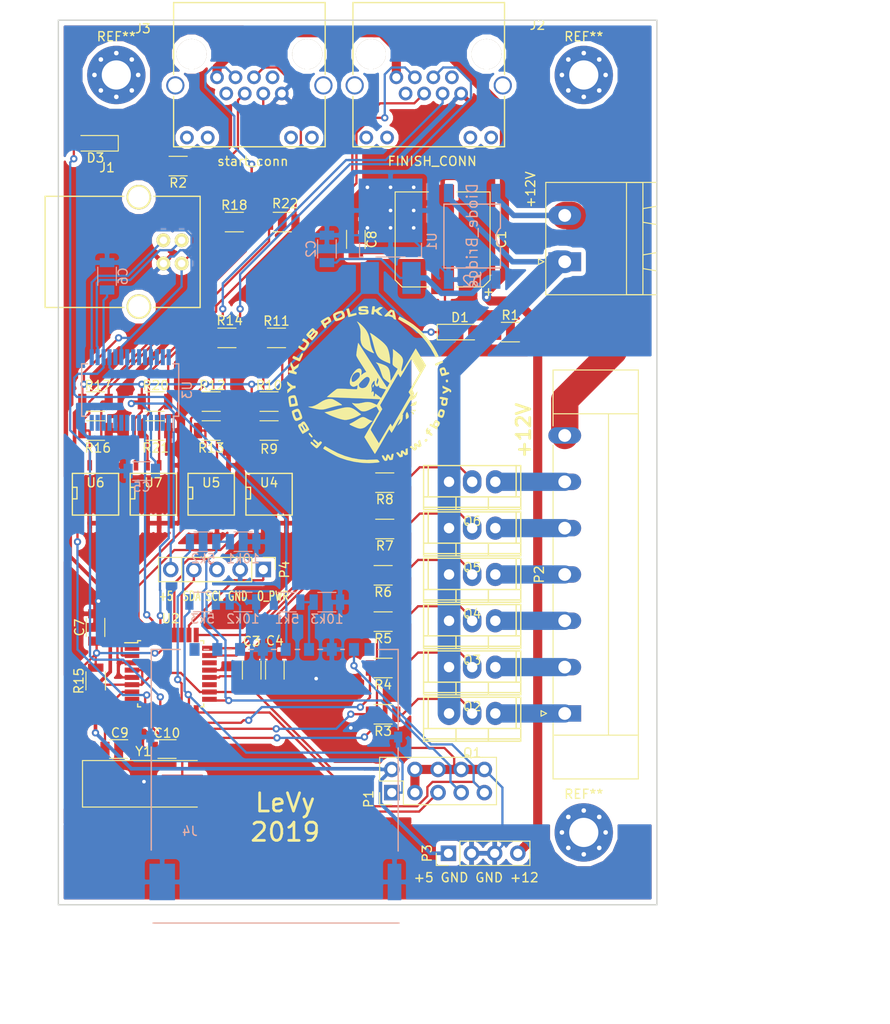
<source format=kicad_pcb>
(kicad_pcb (version 20171130) (host pcbnew "(5.0.2)-1")
  (layers (0 F.Cu signal) (31 B.Cu signal) (34 B.Paste user) (35 F.Paste user) (36 B.SilkS user) (37 F.SilkS user) (38 B.Mask user) (39 F.Mask user) (44 Edge.Cuts user))
  (net 0 "")
  (net 1 GND)
  (net 2 +5V)
  (net 3 "Net-(C4-Pad1)")
  (net 4 RST)
  (net 5 "Net-(C9-Pad2)")
  (net 6 "Net-(C10-Pad2)")
  (net 7 "Net-(D1-Pad2)")
  (net 8 +12V)
  (net 9 "Net-(J1-Pad2)")
  (net 10 "Net-(J1-Pad3)")
  (net 11 "Net-(J1-Pad5)")
  (net 12 "Net-(J2-Pad3)")
  (net 13 "Net-(J2-Pad5)")
  (net 14 "Net-(J2-Pad4)")
  (net 15 "Net-(J2-Pad6)")
  (net 16 "Net-(J3-Pad6)")
  (net 17 "Net-(J3-Pad4)")
  (net 18 "Net-(J3-Pad5)")
  (net 19 "Net-(J3-Pad3)")
  (net 20 MISO)
  (net 21 SCK)
  (net 22 MOSI)
  (net 23 /mosfet_LED6)
  (net 24 /mosfet_LED5)
  (net 25 /mosfet_LED4)
  (net 26 /mosfet_LED3)
  (net 27 /mosfet_LED2)
  (net 28 /mosfet_LED1)
  (net 29 /SDA)
  (net 30 /SCL)
  (net 31 /OLED_PWR)
  (net 32 "Net-(Q1-Pad2)")
  (net 33 "Net-(Q2-Pad2)")
  (net 34 "Net-(Q3-Pad2)")
  (net 35 "Net-(Q4-Pad2)")
  (net 36 "Net-(Q5-Pad2)")
  (net 37 "Net-(Q6-Pad2)")
  (net 38 /LED1)
  (net 39 /LED2)
  (net 40 /LED3)
  (net 41 /LED4)
  (net 42 /LED5)
  (net 43 /LED6)
  (net 44 /start_lewa)
  (net 45 /start_prawa)
  (net 46 /meta_prawa)
  (net 47 /meta_lewa)
  (net 48 RXD)
  (net 49 TXD)
  (net 50 GNDA)
  (net 51 +12P)
  (net 52 "Net-(10k1-Pad1)")
  (net 53 "Net-(10k2-Pad1)")
  (net 54 "Net-(10k3-Pad1)")
  (net 55 SS)
  (net 56 +3V3)
  (net 57 "Net-(D3-Pad1)")
  (net 58 "Net-(D3-Pad2)")
  (module Connect:SD_Card_Receptacle (layer B.Cu) (at 123.698 117.602 180)
    (fp_text reference J4 (at 9.96386 -19.9312 180) (layer B.SilkS) (effects (justify mirror)))
    (fp_text value SD_Card)
    (pad 1 smd rect (at 6.95 0 180) (size 1.1 1.4) (layers B.Cu B.Paste B.Mask) (net 52 "Net-(10k1-Pad1)"))
    (pad 2 smd rect (at 4.45 0 180) (size 1.1 1.4) (layers B.Cu B.Paste B.Mask) (net 53 "Net-(10k2-Pad1)"))
    (pad 3 smd rect (at 1.95 0 180) (size 1.1 1.4) (layers B.Cu B.Paste B.Mask) (net 1 GND))
    (pad 4 smd rect (at -0.55 0 180) (size 1.1 1.4) (layers B.Cu B.Paste B.Mask) (net 56 +3V3))
    (pad 5 smd rect (at -3.12 0 180) (size 1.1 1.4) (layers B.Cu B.Paste B.Mask) (net 54 "Net-(10k3-Pad1)"))
    (pad 6 smd rect (at -5.62 0 180) (size 1.1 1.4) (layers B.Cu B.Paste B.Mask) (net 1 GND))
    (pad 7 smd rect (at -8.05 0 180) (size 1.1 1.4) (layers B.Cu B.Paste B.Mask) (net 20 MISO))
    (pad 8 smd rect (at -9.75 0 180) (size 1.1 1.4) (layers B.Cu B.Paste B.Mask))
    (pad 9 smd rect (at 9.45 0 180) (size 1.1 1.4) (layers B.Cu B.Paste B.Mask))
    (pad 12 smd rect (at 13 -25.5 180) (size 2.8 4) (layers B.Cu B.Paste B.Mask) (net 1 GND))
    (pad 13 smd rect (at -12.5 -25.5 180) (size 1.5 4) (layers B.Cu B.Paste B.Mask) (net 1 GND))
    (pad 13 smd rect (at -12.9 -9.6 180) (size 0.9 1.2) (layers B.Cu B.Paste B.Mask) (net 1 GND))
    (pad 13 smd rect (at 14.3 -9.6 180) (size 0.9 1.2) (layers B.Cu B.Paste B.Mask) (net 1 GND))
  )
  (module Mounting_Holes:MountingHole_3.2mm_M3_Pad_Via (layer F.Cu) (at 156.972 137.668)
    (fp_text reference REF** (at 0 -4.2) (layer F.SilkS))
    (fp_text value MountingHole_3.2mm_M3_Pad_Via)
    (pad 1 thru_hole circle (at 0 0) (size 6.4 6.4) (drill 3.2) (layers *.Cu *.Mask))
    (pad 1 thru_hole circle (at 2.4 0) (size 0.8 0.8) (drill 0.5) (layers *.Cu *.Mask))
    (pad 1 thru_hole circle (at 1.697056 1.697056) (size 0.8 0.8) (drill 0.5) (layers *.Cu *.Mask))
    (pad 1 thru_hole circle (at 0 2.4) (size 0.8 0.8) (drill 0.5) (layers *.Cu *.Mask))
    (pad 1 thru_hole circle (at -1.697056 1.697056) (size 0.8 0.8) (drill 0.5) (layers *.Cu *.Mask))
    (pad 1 thru_hole circle (at -2.4 0) (size 0.8 0.8) (drill 0.5) (layers *.Cu *.Mask))
    (pad 1 thru_hole circle (at -1.697056 -1.697056) (size 0.8 0.8) (drill 0.5) (layers *.Cu *.Mask))
    (pad 1 thru_hole circle (at 0 -2.4) (size 0.8 0.8) (drill 0.5) (layers *.Cu *.Mask))
    (pad 1 thru_hole circle (at 1.697056 -1.697056) (size 0.8 0.8) (drill 0.5) (layers *.Cu *.Mask))
  )
  (module Mounting_Holes:MountingHole_3.2mm_M3_Pad_Via (layer F.Cu) (at 156.972 54.61)
    (fp_text reference REF** (at 0 -4.2) (layer F.SilkS))
    (fp_text value MountingHole_3.2mm_M3_Pad_Via)
    (pad 1 thru_hole circle (at 1.697056 -1.697056) (size 0.8 0.8) (drill 0.5) (layers *.Cu *.Mask))
    (pad 1 thru_hole circle (at 0 -2.4) (size 0.8 0.8) (drill 0.5) (layers *.Cu *.Mask))
    (pad 1 thru_hole circle (at -1.697056 -1.697056) (size 0.8 0.8) (drill 0.5) (layers *.Cu *.Mask))
    (pad 1 thru_hole circle (at -2.4 0) (size 0.8 0.8) (drill 0.5) (layers *.Cu *.Mask))
    (pad 1 thru_hole circle (at -1.697056 1.697056) (size 0.8 0.8) (drill 0.5) (layers *.Cu *.Mask))
    (pad 1 thru_hole circle (at 0 2.4) (size 0.8 0.8) (drill 0.5) (layers *.Cu *.Mask))
    (pad 1 thru_hole circle (at 1.697056 1.697056) (size 0.8 0.8) (drill 0.5) (layers *.Cu *.Mask))
    (pad 1 thru_hole circle (at 2.4 0) (size 0.8 0.8) (drill 0.5) (layers *.Cu *.Mask))
    (pad 1 thru_hole circle (at 0 0) (size 6.4 6.4) (drill 3.2) (layers *.Cu *.Mask))
  )
  (module Capacitors_SMD:CP_Elec_10x10.5 (layer F.Cu) (at 141.478 72.644 90)
    (fp_text reference C1 (at 0 6.46 90) (layer F.SilkS))
    (fp_text value 220uF)
    (fp_text user + (at -5.78 4.97 90) (layer F.SilkS))
    (pad 2 smd rect (at 4 0 270) (size 4 2.5) (layers F.Cu F.Paste F.Mask) (net 1 GND))
    (pad 1 smd rect (at -4 0 270) (size 4 2.5) (layers F.Cu F.Paste F.Mask) (net 2 +5V))
  )
  (module Capacitors_SMD:C_1206 (layer B.Cu) (at 128.778 73.684 270)
    (fp_text reference C2 (at 0 1.75 270) (layer B.SilkS) (effects (justify mirror)))
    (fp_text value 100nF)
    (pad 2 smd rect (at 1.5 0 270) (size 1 1.6) (layers B.Cu B.Paste B.Mask) (net 51 +12P))
    (pad 1 smd rect (at -1.5 0 270) (size 1 1.6) (layers B.Cu B.Paste B.Mask) (net 1 GND))
  )
  (module Capacitors_SMD:C_1206 (layer F.Cu) (at 120.523 119.864 270)
    (fp_text reference C3 (at -3.151 0) (layer F.SilkS))
    (fp_text value 100nF)
    (pad 1 smd rect (at -1.5 0 270) (size 1 1.6) (layers F.Cu F.Paste F.Mask) (net 1 GND))
    (pad 2 smd rect (at 1.5 0 270) (size 1 1.6) (layers F.Cu F.Paste F.Mask) (net 2 +5V))
  )
  (module Capacitors_SMD:C_1206 (layer F.Cu) (at 123.063 119.864 90)
    (fp_text reference C4 (at 3.2145 0 180) (layer F.SilkS))
    (fp_text value 100nF)
    (pad 2 smd rect (at 1.5 0 90) (size 1 1.6) (layers F.Cu F.Paste F.Mask) (net 1 GND))
    (pad 1 smd rect (at -1.5 0 90) (size 1 1.6) (layers F.Cu F.Paste F.Mask) (net 3 "Net-(C4-Pad1)"))
  )
  (module Capacitors_SMD:C_1206 (layer B.Cu) (at 108.458 98.044)
    (fp_text reference C5 (at 0 1.75) (layer B.SilkS) (effects (justify mirror)))
    (fp_text value 100nF)
    (pad 2 smd rect (at 1.5 0) (size 1 1.6) (layers B.Cu B.Paste B.Mask) (net 2 +5V))
    (pad 1 smd rect (at -1.5 0) (size 1 1.6) (layers B.Cu B.Paste B.Mask) (net 1 GND))
  )
  (module Capacitors_SMD:C_1206 (layer B.Cu) (at 104.648 76.684 90)
    (fp_text reference C6 (at 0 1.75 90) (layer B.SilkS) (effects (justify mirror)))
    (fp_text value 100nF)
    (pad 1 smd rect (at -1.5 0 90) (size 1 1.6) (layers B.Cu B.Paste B.Mask) (net 56 +3V3))
    (pad 2 smd rect (at 1.5 0 90) (size 1 1.6) (layers B.Cu B.Paste B.Mask) (net 1 GND))
  )
  (module Capacitors_SMD:C_1206 (layer F.Cu) (at 103.378 115.189 90)
    (fp_text reference C7 (at 0 -1.75 90) (layer F.SilkS))
    (fp_text value 100nF)
    (pad 2 smd rect (at 1.5 0 90) (size 1 1.6) (layers F.Cu F.Paste F.Mask) (net 1 GND))
    (pad 1 smd rect (at -1.5 0 90) (size 1 1.6) (layers F.Cu F.Paste F.Mask) (net 4 RST))
  )
  (module Capacitors_SMD:C_1206 (layer F.Cu) (at 131.953 72.644 270)
    (fp_text reference C8 (at 0 -1.75 270) (layer F.SilkS))
    (fp_text value 100nF)
    (pad 1 smd rect (at -1.5 0 270) (size 1 1.6) (layers F.Cu F.Paste F.Mask) (net 1 GND))
    (pad 2 smd rect (at 1.5 0 270) (size 1 1.6) (layers F.Cu F.Paste F.Mask) (net 2 +5V))
  )
  (module Capacitors_SMD:C_1206 (layer F.Cu) (at 105.918 128.524 180)
    (fp_text reference C9 (at -0.127 1.778 180) (layer F.SilkS))
    (fp_text value 27pF)
    (pad 1 smd rect (at -1.5 0 180) (size 1 1.6) (layers F.Cu F.Paste F.Mask) (net 1 GND))
    (pad 2 smd rect (at 1.5 0 180) (size 1 1.6) (layers F.Cu F.Paste F.Mask) (net 5 "Net-(C9-Pad2)"))
  )
  (module Capacitors_SMD:C_1206 (layer F.Cu) (at 111.228 128.524)
    (fp_text reference C10 (at 0 -1.75) (layer F.SilkS))
    (fp_text value 27pF)
    (pad 2 smd rect (at 1.5 0) (size 1 1.6) (layers F.Cu F.Paste F.Mask) (net 6 "Net-(C10-Pad2)"))
    (pad 1 smd rect (at -1.5 0) (size 1 1.6) (layers F.Cu F.Paste F.Mask) (net 1 GND))
  )
  (module LEDs:LED_1206 (layer F.Cu) (at 143.383 82.804)
    (fp_text reference D1 (at 0 -1.6) (layer F.SilkS))
    (fp_text value zasilnie)
    (pad 1 smd rect (at -1.65 0 180) (size 1.5 1.5) (layers F.Cu F.Paste F.Mask) (net 2 +5V))
    (pad 2 smd rect (at 1.65 0 180) (size 1.5 1.5) (layers F.Cu F.Paste F.Mask) (net 7 "Net-(D1-Pad2)"))
  )
  (module drzwiczki_modbus:DB151 (layer B.Cu) (at 144.72332 72.55024 90)
    (fp_text reference D2 (at -4.7 0) (layer B.SilkS) (effects (font (size 1.2 1.2)) (justify mirror)))
    (fp_text value Diode_Bridge (at 0.2794 0 90) (layer B.SilkS) (effects (font (size 1.2 1.2)) (justify mirror)))
    (pad 1 smd rect (at -4.5 2.6 90) (size 2 1) (layers B.Cu B.Paste B.Mask) (net 51 +12P))
    (pad 2 smd rect (at -4.5 -2.6 90) (size 2 1) (layers B.Cu B.Paste B.Mask) (net 1 GND))
    (pad 4 smd rect (at 5 2.6 90) (size 2 1) (layers B.Cu B.Paste B.Mask) (net 8 +12V))
    (pad 3 smd rect (at 5 -2.6 90) (size 2 1) (layers B.Cu B.Paste B.Mask) (net 50 GNDA))
  )
  (module Connect:USB_B (layer F.Cu) (at 112.83268 75.27776 180)
    (fp_text reference J1 (at 8.18468 10.50776) (layer F.SilkS))
    (fp_text value USB_B)
    (pad 2 thru_hole circle (at 0 2.54 90) (size 1.524 1.524) (drill 0.8128) (layers *.Cu *.Mask F.SilkS) (net 9 "Net-(J1-Pad2)"))
    (pad 1 thru_hole circle (at 0 0 90) (size 1.524 1.524) (drill 0.8128) (layers *.Cu *.Mask F.SilkS) (net 2 +5V))
    (pad 4 thru_hole circle (at 1.99898 0 90) (size 1.524 1.524) (drill 0.8128) (layers *.Cu *.Mask F.SilkS) (net 1 GND))
    (pad 3 thru_hole circle (at 1.99898 2.54 90) (size 1.524 1.524) (drill 0.8128) (layers *.Cu *.Mask F.SilkS) (net 10 "Net-(J1-Pad3)"))
    (pad 5 thru_hole circle (at 4.699 7.26948 90) (size 2.70002 2.70002) (drill 2.30124) (layers *.Cu *.Mask F.SilkS) (net 11 "Net-(J1-Pad5)"))
    (pad 5 thru_hole circle (at 4.699 -4.72948 90) (size 2.70002 2.70002) (drill 2.30124) (layers *.Cu *.Mask F.SilkS) (net 11 "Net-(J1-Pad5)"))
  )
  (module Connect:RJHSE538X (layer F.Cu) (at 136.398 54.864)
    (fp_text reference J2 (at 15.494 -5.715) (layer F.SilkS))
    (fp_text value FINISH_CONN (at 3.937 9.2075) (layer F.SilkS))
    (pad "" thru_hole circle (at -4.572 0.889) (size 2 2) (drill 1.57) (layers *.Cu *.Mask))
    (pad "" thru_hole circle (at 9.906 -2.54) (size 3.3 3.3) (drill 3.3) (layers *.Cu *.Mask F.SilkS))
    (pad "" thru_hole circle (at -2.794 -2.54) (size 3.3 3.3) (drill 3.3) (layers *.Cu *.Mask F.SilkS))
    (pad 1 thru_hole circle (at 0 0) (size 1.50114 1.50114) (drill 0.889) (layers *.Cu *.Mask) (net 51 +12P))
    (pad 7 thru_hole circle (at 6.096 0) (size 1.50114 1.50114) (drill 0.889) (layers *.Cu *.Mask))
    (pad 3 thru_hole circle (at 2.032 0) (size 1.50114 1.50114) (drill 0.889) (layers *.Cu *.Mask) (net 12 "Net-(J2-Pad3)"))
    (pad 5 thru_hole circle (at 4.064 0) (size 1.50114 1.50114) (drill 0.889) (layers *.Cu *.Mask) (net 13 "Net-(J2-Pad5)"))
    (pad 2 thru_hole circle (at 1.016 1.778) (size 1.50114 1.50114) (drill 0.889) (layers *.Cu *.Mask))
    (pad 4 thru_hole circle (at 3.048 1.778) (size 1.50114 1.50114) (drill 0.889) (layers *.Cu *.Mask) (net 14 "Net-(J2-Pad4)"))
    (pad 6 thru_hole circle (at 5.08 1.778) (size 1.50114 1.50114) (drill 0.889) (layers *.Cu *.Mask) (net 15 "Net-(J2-Pad6)"))
    (pad 8 thru_hole circle (at 7.112 1.778) (size 1.50114 1.50114) (drill 0.889) (layers *.Cu *.Mask) (net 1 GND))
    (pad 12 thru_hole circle (at 10.414 6.604) (size 1.50114 1.50114) (drill 0.889) (layers *.Cu *.Mask))
    (pad 11 thru_hole circle (at 8.128 6.604) (size 1.50114 1.50114) (drill 0.889) (layers *.Cu *.Mask))
    (pad 10 thru_hole circle (at -1.016 6.604) (size 1.50114 1.50114) (drill 0.889) (layers *.Cu *.Mask))
    (pad 9 thru_hole circle (at -3.302 6.604) (size 1.50114 1.50114) (drill 0.889) (layers *.Cu *.Mask))
    (pad "" thru_hole circle (at 11.684 0.889) (size 2 2) (drill 1.57) (layers *.Cu *.Mask))
  )
  (module Connect:RJHSE538X (layer F.Cu) (at 116.713 54.864)
    (fp_text reference J3 (at -8.128 -5.334) (layer F.SilkS))
    (fp_text value start_conn (at 3.937 9.2075) (layer F.SilkS))
    (pad "" thru_hole circle (at 11.684 0.889) (size 2 2) (drill 1.57) (layers *.Cu *.Mask))
    (pad 9 thru_hole circle (at -3.302 6.604) (size 1.50114 1.50114) (drill 0.889) (layers *.Cu *.Mask))
    (pad 10 thru_hole circle (at -1.016 6.604) (size 1.50114 1.50114) (drill 0.889) (layers *.Cu *.Mask))
    (pad 11 thru_hole circle (at 8.128 6.604) (size 1.50114 1.50114) (drill 0.889) (layers *.Cu *.Mask))
    (pad 12 thru_hole circle (at 10.414 6.604) (size 1.50114 1.50114) (drill 0.889) (layers *.Cu *.Mask))
    (pad 8 thru_hole circle (at 7.112 1.778) (size 1.50114 1.50114) (drill 0.889) (layers *.Cu *.Mask) (net 1 GND))
    (pad 6 thru_hole circle (at 5.08 1.778) (size 1.50114 1.50114) (drill 0.889) (layers *.Cu *.Mask) (net 16 "Net-(J3-Pad6)"))
    (pad 4 thru_hole circle (at 3.048 1.778) (size 1.50114 1.50114) (drill 0.889) (layers *.Cu *.Mask) (net 17 "Net-(J3-Pad4)"))
    (pad 2 thru_hole circle (at 1.016 1.778) (size 1.50114 1.50114) (drill 0.889) (layers *.Cu *.Mask))
    (pad 5 thru_hole circle (at 4.064 0) (size 1.50114 1.50114) (drill 0.889) (layers *.Cu *.Mask) (net 18 "Net-(J3-Pad5)"))
    (pad 3 thru_hole circle (at 2.032 0) (size 1.50114 1.50114) (drill 0.889) (layers *.Cu *.Mask) (net 19 "Net-(J3-Pad3)"))
    (pad 7 thru_hole circle (at 6.096 0) (size 1.50114 1.50114) (drill 0.889) (layers *.Cu *.Mask))
    (pad 1 thru_hole circle (at 0 0) (size 1.50114 1.50114) (drill 0.889) (layers *.Cu *.Mask) (net 51 +12P))
    (pad "" thru_hole circle (at -2.794 -2.54) (size 3.3 3.3) (drill 3.3) (layers *.Cu *.Mask F.SilkS))
    (pad "" thru_hole circle (at 9.906 -2.54) (size 3.3 3.3) (drill 3.3) (layers *.Cu *.Mask F.SilkS))
    (pad "" thru_hole circle (at -4.572 0.889) (size 2 2) (drill 1.57) (layers *.Cu *.Mask))
  )
  (module Pin_Headers:Pin_Header_Straight_2x05_Pitch2.54mm (layer F.Cu) (at 135.9 133.3 90)
    (fp_text reference P1 (at -0.6985 -2.54 90) (layer F.SilkS))
    (fp_text value AVR_ISP)
    (pad 10 thru_hole oval (at 2.54 10.16 90) (size 1.7 1.7) (drill 1) (layers *.Cu *.Mask) (net 1 GND))
    (pad 9 thru_hole oval (at 0 10.16 90) (size 1.7 1.7) (drill 1) (layers *.Cu *.Mask) (net 20 MISO))
    (pad 8 thru_hole oval (at 2.54 7.62 90) (size 1.7 1.7) (drill 1) (layers *.Cu *.Mask) (net 1 GND))
    (pad 7 thru_hole oval (at 0 7.62 90) (size 1.7 1.7) (drill 1) (layers *.Cu *.Mask) (net 21 SCK))
    (pad 6 thru_hole oval (at 2.54 5.08 90) (size 1.7 1.7) (drill 1) (layers *.Cu *.Mask) (net 1 GND))
    (pad 5 thru_hole oval (at 0 5.08 90) (size 1.7 1.7) (drill 1) (layers *.Cu *.Mask) (net 4 RST))
    (pad 4 thru_hole oval (at 2.54 2.54 90) (size 1.7 1.7) (drill 1) (layers *.Cu *.Mask) (net 1 GND))
    (pad 3 thru_hole oval (at 0 2.54 90) (size 1.7 1.7) (drill 1) (layers *.Cu *.Mask) (net 1 GND))
    (pad 2 thru_hole oval (at 2.54 0 90) (size 1.7 1.7) (drill 1) (layers *.Cu *.Mask) (net 2 +5V))
    (pad 1 thru_hole rect (at 0 0 90) (size 1.7 1.7) (drill 1) (layers *.Cu *.Mask) (net 22 MOSI))
  )
  (module Connectors_Phoenix:PhoenixContact_MC-GF_07x5.08mm_Angled_ThreadedFlange (layer F.Cu) (at 154.88332 124.62024 90)
    (fp_text reference P2 (at 15.24 -2.8 90) (layer F.SilkS))
    (fp_text value LED_TREE)
    (pad 7 thru_hole oval (at 30.48 0 90) (size 1.8 3.6) (drill 1.4) (layers *.Cu *.Mask) (net 8 +12V))
    (pad 6 thru_hole oval (at 25.4 0 90) (size 1.8 3.6) (drill 1.4) (layers *.Cu *.Mask) (net 23 /mosfet_LED6))
    (pad 5 thru_hole oval (at 20.32 0 90) (size 1.8 3.6) (drill 1.4) (layers *.Cu *.Mask) (net 24 /mosfet_LED5))
    (pad 4 thru_hole oval (at 15.24 0 90) (size 1.8 3.6) (drill 1.4) (layers *.Cu *.Mask) (net 25 /mosfet_LED4))
    (pad 3 thru_hole oval (at 10.16 0 90) (size 1.8 3.6) (drill 1.4) (layers *.Cu *.Mask) (net 26 /mosfet_LED3))
    (pad 2 thru_hole oval (at 5.08 0 90) (size 1.8 3.6) (drill 1.4) (layers *.Cu *.Mask) (net 27 /mosfet_LED2))
    (pad 1 thru_hole rect (at 0 0 90) (size 1.8 3.6) (drill 1.4) (layers *.Cu *.Mask) (net 28 /mosfet_LED1))
  )
  (module Connectors_Phoenix:PhoenixContact_MSTBA-G_02x5.08mm_Angled (layer F.Cu) (at 154.88332 75.09024 90)
    (fp_text reference Power1)
    (fp_text value +12V (at 7.90724 -3.75332 90) (layer F.SilkS))
    (pad 2 thru_hole oval (at 5.08 0 90) (size 2.08 3.6) (drill 1.4) (layers *.Cu *.Mask) (net 8 +12V))
    (pad 1 thru_hole rect (at 0 0 90) (size 2.08 3.6) (drill 1.4) (layers *.Cu *.Mask) (net 50 GNDA))
  )
  (module Power_Integrations:TO-220 (layer F.Cu) (at 144.72332 124.62024 180)
    (fp_text reference Q1 (at 0 -4.318 180) (layer F.SilkS))
    (fp_text value BUZ11)
    (pad 1 thru_hole oval (at -2.54 0 180) (size 2.032 2.54) (drill 1.143) (layers *.Cu *.Mask) (net 28 /mosfet_LED1))
    (pad 3 thru_hole oval (at 2.54 0 180) (size 2.032 2.54) (drill 1.143) (layers *.Cu *.Mask) (net 50 GNDA))
    (pad 2 thru_hole oval (at 0 0 180) (size 2.032 2.54) (drill 1.143) (layers *.Cu *.Mask) (net 32 "Net-(Q1-Pad2)"))
  )
  (module Power_Integrations:TO-220 (layer F.Cu) (at 144.72332 119.54024 180)
    (fp_text reference Q2 (at 0 -4.318 180) (layer F.SilkS))
    (fp_text value BUZ11)
    (pad 2 thru_hole oval (at 0 0 180) (size 2.032 2.54) (drill 1.143) (layers *.Cu *.Mask) (net 33 "Net-(Q2-Pad2)"))
    (pad 3 thru_hole oval (at 2.54 0 180) (size 2.032 2.54) (drill 1.143) (layers *.Cu *.Mask) (net 50 GNDA))
    (pad 1 thru_hole oval (at -2.54 0 180) (size 2.032 2.54) (drill 1.143) (layers *.Cu *.Mask) (net 27 /mosfet_LED2))
  )
  (module Power_Integrations:TO-220 (layer F.Cu) (at 144.72332 114.46024 180)
    (fp_text reference Q3 (at 0 -4.318 180) (layer F.SilkS))
    (fp_text value BUZ11)
    (pad 2 thru_hole oval (at 0 0 180) (size 2.032 2.54) (drill 1.143) (layers *.Cu *.Mask) (net 34 "Net-(Q3-Pad2)"))
    (pad 3 thru_hole oval (at 2.54 0 180) (size 2.032 2.54) (drill 1.143) (layers *.Cu *.Mask) (net 50 GNDA))
    (pad 1 thru_hole oval (at -2.54 0 180) (size 2.032 2.54) (drill 1.143) (layers *.Cu *.Mask) (net 26 /mosfet_LED3))
  )
  (module Power_Integrations:TO-220 (layer F.Cu) (at 144.72332 109.38024 180)
    (fp_text reference Q4 (at 0 -4.318 180) (layer F.SilkS))
    (fp_text value BUZ11)
    (pad 2 thru_hole oval (at 0 0 180) (size 2.032 2.54) (drill 1.143) (layers *.Cu *.Mask) (net 35 "Net-(Q4-Pad2)"))
    (pad 3 thru_hole oval (at 2.54 0 180) (size 2.032 2.54) (drill 1.143) (layers *.Cu *.Mask) (net 50 GNDA))
    (pad 1 thru_hole oval (at -2.54 0 180) (size 2.032 2.54) (drill 1.143) (layers *.Cu *.Mask) (net 25 /mosfet_LED4))
  )
  (module Power_Integrations:TO-220 (layer F.Cu) (at 144.72332 104.30024 180)
    (fp_text reference Q5 (at 0 -4.318 180) (layer F.SilkS))
    (fp_text value BUZ11)
    (pad 1 thru_hole oval (at -2.54 0 180) (size 2.032 2.54) (drill 1.143) (layers *.Cu *.Mask) (net 24 /mosfet_LED5))
    (pad 3 thru_hole oval (at 2.54 0 180) (size 2.032 2.54) (drill 1.143) (layers *.Cu *.Mask) (net 50 GNDA))
    (pad 2 thru_hole oval (at 0 0 180) (size 2.032 2.54) (drill 1.143) (layers *.Cu *.Mask) (net 36 "Net-(Q5-Pad2)"))
  )
  (module Power_Integrations:TO-220 (layer F.Cu) (at 144.72332 99.22024 180)
    (fp_text reference Q6 (at 0 -4.318 180) (layer F.SilkS))
    (fp_text value BUZ11)
    (pad 1 thru_hole oval (at -2.54 0 180) (size 2.032 2.54) (drill 1.143) (layers *.Cu *.Mask) (net 23 /mosfet_LED6))
    (pad 3 thru_hole oval (at 2.54 0 180) (size 2.032 2.54) (drill 1.143) (layers *.Cu *.Mask) (net 50 GNDA))
    (pad 2 thru_hole oval (at 0 0 180) (size 2.032 2.54) (drill 1.143) (layers *.Cu *.Mask) (net 37 "Net-(Q6-Pad2)"))
  )
  (module Resistors_SMD:R_1206 (layer F.Cu) (at 148.918 82.804)
    (fp_text reference R1 (at 0 -1.85) (layer F.SilkS))
    (fp_text value 470)
    (pad 1 smd rect (at -1.45 0) (size 0.9 1.7) (layers F.Cu F.Paste F.Mask) (net 7 "Net-(D1-Pad2)"))
    (pad 2 smd rect (at 1.45 0) (size 0.9 1.7) (layers F.Cu F.Paste F.Mask) (net 1 GND))
  )
  (module Resistors_SMD:R_1206 (layer F.Cu) (at 112.45 64.6 180)
    (fp_text reference R2 (at 0 -1.85 180) (layer F.SilkS))
    (fp_text value 180)
    (pad 2 smd rect (at 1.45 0 180) (size 0.9 1.7) (layers F.Cu F.Paste F.Mask) (net 57 "Net-(D3-Pad1)"))
    (pad 1 smd rect (at -1.45 0 180) (size 0.9 1.7) (layers F.Cu F.Paste F.Mask) (net 2 +5V))
  )
  (module Resistors_SMD:R_1206 (layer F.Cu) (at 134.948 124.714 180)
    (fp_text reference R3 (at 0 -1.85 180) (layer F.SilkS))
    (fp_text value 470)
    (pad 2 smd rect (at 1.45 0 180) (size 0.9 1.7) (layers F.Cu F.Paste F.Mask) (net 38 /LED1))
    (pad 1 smd rect (at -1.45 0 180) (size 0.9 1.7) (layers F.Cu F.Paste F.Mask) (net 32 "Net-(Q1-Pad2)"))
  )
  (module Resistors_SMD:R_1206 (layer F.Cu) (at 134.948 119.634 180)
    (fp_text reference R4 (at 0 -1.85 180) (layer F.SilkS))
    (fp_text value 470)
    (pad 1 smd rect (at -1.45 0 180) (size 0.9 1.7) (layers F.Cu F.Paste F.Mask) (net 33 "Net-(Q2-Pad2)"))
    (pad 2 smd rect (at 1.45 0 180) (size 0.9 1.7) (layers F.Cu F.Paste F.Mask) (net 39 /LED2))
  )
  (module Resistors_SMD:R_1206 (layer F.Cu) (at 134.948 114.554 180)
    (fp_text reference R5 (at 0 -1.85 180) (layer F.SilkS))
    (fp_text value 470)
    (pad 1 smd rect (at -1.45 0 180) (size 0.9 1.7) (layers F.Cu F.Paste F.Mask) (net 34 "Net-(Q3-Pad2)"))
    (pad 2 smd rect (at 1.45 0 180) (size 0.9 1.7) (layers F.Cu F.Paste F.Mask) (net 40 /LED3))
  )
  (module Resistors_SMD:R_1206 (layer F.Cu) (at 134.948 109.474 180)
    (fp_text reference R6 (at 0 -1.85 180) (layer F.SilkS))
    (fp_text value 470)
    (pad 2 smd rect (at 1.45 0 180) (size 0.9 1.7) (layers F.Cu F.Paste F.Mask) (net 41 /LED4))
    (pad 1 smd rect (at -1.45 0 180) (size 0.9 1.7) (layers F.Cu F.Paste F.Mask) (net 35 "Net-(Q4-Pad2)"))
  )
  (module Resistors_SMD:R_1206 (layer F.Cu) (at 135.128 104.394 180)
    (fp_text reference R7 (at 0 -1.85 180) (layer F.SilkS))
    (fp_text value 470)
    (pad 2 smd rect (at 1.45 0 180) (size 0.9 1.7) (layers F.Cu F.Paste F.Mask) (net 42 /LED5))
    (pad 1 smd rect (at -1.45 0 180) (size 0.9 1.7) (layers F.Cu F.Paste F.Mask) (net 36 "Net-(Q5-Pad2)"))
  )
  (module Resistors_SMD:R_1206 (layer F.Cu) (at 135.128 99.314 180)
    (fp_text reference R8 (at 0 -1.85 180) (layer F.SilkS))
    (fp_text value 470)
    (pad 2 smd rect (at 1.45 0 180) (size 0.9 1.7) (layers F.Cu F.Paste F.Mask) (net 43 /LED6))
    (pad 1 smd rect (at -1.45 0 180) (size 0.9 1.7) (layers F.Cu F.Paste F.Mask) (net 37 "Net-(Q6-Pad2)"))
  )
  (module Resistors_SMD:R_1206 (layer F.Cu) (at 122.428 93.599)
    (fp_text reference R9 (at 0 2.032) (layer F.SilkS))
    (fp_text value 470)
    (pad 2 smd rect (at 1.45 0) (size 0.9 1.7) (layers F.Cu F.Paste F.Mask) (net 1 GND))
    (pad 1 smd rect (at -1.45 0) (size 0.9 1.7) (layers F.Cu F.Paste F.Mask) (net 14 "Net-(J2-Pad4)"))
  )
  (module Resistors_SMD:R_1206 (layer F.Cu) (at 122.428 90.424 180)
    (fp_text reference R10 (at 0 1.778 180) (layer F.SilkS))
    (fp_text value 470)
    (pad 1 smd rect (at -1.45 0 180) (size 0.9 1.7) (layers F.Cu F.Paste F.Mask) (net 12 "Net-(J2-Pad3)"))
    (pad 2 smd rect (at 1.45 0 180) (size 0.9 1.7) (layers F.Cu F.Paste F.Mask) (net 2 +5V))
  )
  (module Resistors_SMD:R_1206 (layer F.Cu) (at 123.243 83.439)
    (fp_text reference R11 (at 0 -1.85) (layer F.SilkS))
    (fp_text value 100)
    (pad 2 smd rect (at 1.45 0) (size 0.9 1.7) (layers F.Cu F.Paste F.Mask) (net 12 "Net-(J2-Pad3)"))
    (pad 1 smd rect (at -1.45 0) (size 0.9 1.7) (layers F.Cu F.Paste F.Mask) (net 14 "Net-(J2-Pad4)"))
  )
  (module Resistors_SMD:R_1206 (layer F.Cu) (at 116.078 90.424 180)
    (fp_text reference R12 (at -0.127 1.778 180) (layer F.SilkS))
    (fp_text value 470)
    (pad 1 smd rect (at -1.45 0 180) (size 0.9 1.7) (layers F.Cu F.Paste F.Mask) (net 13 "Net-(J2-Pad5)"))
    (pad 2 smd rect (at 1.45 0 180) (size 0.9 1.7) (layers F.Cu F.Paste F.Mask) (net 2 +5V))
  )
  (module Resistors_SMD:R_1206 (layer F.Cu) (at 116.078 93.599)
    (fp_text reference R13 (at 0 1.905) (layer F.SilkS))
    (fp_text value 470)
    (pad 2 smd rect (at 1.45 0) (size 0.9 1.7) (layers F.Cu F.Paste F.Mask) (net 1 GND))
    (pad 1 smd rect (at -1.45 0) (size 0.9 1.7) (layers F.Cu F.Paste F.Mask) (net 15 "Net-(J2-Pad6)"))
  )
  (module Resistors_SMD:R_1206 (layer F.Cu) (at 117.803 83.439 180)
    (fp_text reference R14 (at -0.307 1.905 180) (layer F.SilkS))
    (fp_text value 100)
    (pad 1 smd rect (at -1.45 0 180) (size 0.9 1.7) (layers F.Cu F.Paste F.Mask) (net 13 "Net-(J2-Pad5)"))
    (pad 2 smd rect (at 1.45 0 180) (size 0.9 1.7) (layers F.Cu F.Paste F.Mask) (net 15 "Net-(J2-Pad6)"))
  )
  (module Resistors_SMD:R_1206 (layer F.Cu) (at 103.378 93.599)
    (fp_text reference R16 (at 0.254 1.905) (layer F.SilkS))
    (fp_text value 470)
    (pad 1 smd rect (at -1.45 0) (size 0.9 1.7) (layers F.Cu F.Paste F.Mask) (net 17 "Net-(J3-Pad4)"))
    (pad 2 smd rect (at 1.45 0) (size 0.9 1.7) (layers F.Cu F.Paste F.Mask) (net 1 GND))
  )
  (module Resistors_SMD:R_1206 (layer F.Cu) (at 103.378 90.424 180)
    (fp_text reference R17 (at -0.254 1.778 180) (layer F.SilkS))
    (fp_text value 470)
    (pad 2 smd rect (at 1.45 0 180) (size 0.9 1.7) (layers F.Cu F.Paste F.Mask) (net 2 +5V))
    (pad 1 smd rect (at -1.45 0 180) (size 0.9 1.7) (layers F.Cu F.Paste F.Mask) (net 19 "Net-(J3-Pad3)"))
  )
  (module Resistors_SMD:R_1206 (layer F.Cu) (at 118.618 70.739)
    (fp_text reference R18 (at 0 -1.85) (layer F.SilkS))
    (fp_text value 100)
    (pad 1 smd rect (at -1.45 0) (size 0.9 1.7) (layers F.Cu F.Paste F.Mask) (net 17 "Net-(J3-Pad4)"))
    (pad 2 smd rect (at 1.45 0) (size 0.9 1.7) (layers F.Cu F.Paste F.Mask) (net 19 "Net-(J3-Pad3)"))
  )
  (module Resistors_SMD:R_1206 (layer F.Cu) (at 109.908 90.424 180)
    (fp_text reference R20 (at -0.074 1.778 180) (layer F.SilkS))
    (fp_text value 470)
    (pad 1 smd rect (at -1.45 0 180) (size 0.9 1.7) (layers F.Cu F.Paste F.Mask) (net 18 "Net-(J3-Pad5)"))
    (pad 2 smd rect (at 1.45 0 180) (size 0.9 1.7) (layers F.Cu F.Paste F.Mask) (net 2 +5V))
  )
  (module Resistors_SMD:R_1206 (layer F.Cu) (at 109.908 93.599)
    (fp_text reference R21 (at 0.074 1.905) (layer F.SilkS))
    (fp_text value 470)
    (pad 2 smd rect (at 1.45 0) (size 0.9 1.7) (layers F.Cu F.Paste F.Mask) (net 1 GND))
    (pad 1 smd rect (at -1.45 0) (size 0.9 1.7) (layers F.Cu F.Paste F.Mask) (net 16 "Net-(J3-Pad6)"))
  )
  (module Resistors_SMD:R_1206 (layer F.Cu) (at 123.878 70.739 180)
    (fp_text reference R22 (at -0.328 2.032 180) (layer F.SilkS))
    (fp_text value 100)
    (pad 1 smd rect (at -1.45 0 180) (size 0.9 1.7) (layers F.Cu F.Paste F.Mask) (net 18 "Net-(J3-Pad5)"))
    (pad 2 smd rect (at 1.45 0 180) (size 0.9 1.7) (layers F.Cu F.Paste F.Mask) (net 16 "Net-(J3-Pad6)"))
  )
  (module TO_SOT_Packages_SMD:TO-252-2_Rectifier (layer B.Cu) (at 135.763 72.294 90)
    (fp_text reference U1 (at -0.575 4.55 90) (layer B.SilkS) (effects (justify mirror)))
    (fp_text value LM7805)
    (pad 2 smd rect (at 2.825 0 180) (size 7 7) (layers B.Cu B.Paste B.Mask) (net 1 GND))
    (pad 3 smd rect (at -4.575 -2.28 180) (size 2 3.5) (layers B.Cu B.Paste B.Mask) (net 2 +5V))
    (pad 1 smd rect (at -4.575 2.3 180) (size 2 3.5) (layers B.Cu B.Paste B.Mask) (net 51 +12P))
  )
  (module Housings_QFP:TQFP-32_7x7mm_Pitch0.8mm (layer F.Cu) (at 111.633 120.269)
    (fp_text reference U2 (at 0 -6.05) (layer F.SilkS))
    (fp_text value ATMEGA328P-AU)
    (pad 32 smd rect (at -2.8 -4.25 90) (size 1.6 0.55) (layers F.Cu F.Paste F.Mask) (net 47 /meta_lewa))
    (pad 31 smd rect (at -2 -4.25 90) (size 1.6 0.55) (layers F.Cu F.Paste F.Mask) (net 48 RXD))
    (pad 30 smd rect (at -1.2 -4.25 90) (size 1.6 0.55) (layers F.Cu F.Paste F.Mask) (net 49 TXD))
    (pad 29 smd rect (at -0.4 -4.25 90) (size 1.6 0.55) (layers F.Cu F.Paste F.Mask) (net 4 RST))
    (pad 28 smd rect (at 0.4 -4.25 90) (size 1.6 0.55) (layers F.Cu F.Paste F.Mask) (net 30 /SCL))
    (pad 27 smd rect (at 1.2 -4.25 90) (size 1.6 0.55) (layers F.Cu F.Paste F.Mask) (net 29 /SDA))
    (pad 26 smd rect (at 2 -4.25 90) (size 1.6 0.55) (layers F.Cu F.Paste F.Mask) (net 31 /OLED_PWR))
    (pad 25 smd rect (at 2.8 -4.25 90) (size 1.6 0.55) (layers F.Cu F.Paste F.Mask) (net 43 /LED6))
    (pad 24 smd rect (at 4.25 -2.8) (size 1.6 0.55) (layers F.Cu F.Paste F.Mask) (net 42 /LED5))
    (pad 23 smd rect (at 4.25 -2) (size 1.6 0.55) (layers F.Cu F.Paste F.Mask) (net 41 /LED4))
    (pad 22 smd rect (at 4.25 -1.2) (size 1.6 0.55) (layers F.Cu F.Paste F.Mask))
    (pad 21 smd rect (at 4.25 -0.4) (size 1.6 0.55) (layers F.Cu F.Paste F.Mask) (net 1 GND))
    (pad 20 smd rect (at 4.25 0.4) (size 1.6 0.55) (layers F.Cu F.Paste F.Mask) (net 3 "Net-(C4-Pad1)"))
    (pad 19 smd rect (at 4.25 1.2) (size 1.6 0.55) (layers F.Cu F.Paste F.Mask))
    (pad 18 smd rect (at 4.25 2) (size 1.6 0.55) (layers F.Cu F.Paste F.Mask) (net 2 +5V))
    (pad 17 smd rect (at 4.25 2.8) (size 1.6 0.55) (layers F.Cu F.Paste F.Mask) (net 21 SCK))
    (pad 16 smd rect (at 2.8 4.25 90) (size 1.6 0.55) (layers F.Cu F.Paste F.Mask) (net 20 MISO))
    (pad 15 smd rect (at 2 4.25 90) (size 1.6 0.55) (layers F.Cu F.Paste F.Mask) (net 22 MOSI))
    (pad 14 smd rect (at 1.2 4.25 90) (size 1.6 0.55) (layers F.Cu F.Paste F.Mask) (net 55 SS))
    (pad 13 smd rect (at 0.4 4.25 90) (size 1.6 0.55) (layers F.Cu F.Paste F.Mask) (net 39 /LED2))
    (pad 12 smd rect (at -0.4 4.25 90) (size 1.6 0.55) (layers F.Cu F.Paste F.Mask) (net 38 /LED1))
    (pad 11 smd rect (at -1.2 4.25 90) (size 1.6 0.55) (layers F.Cu F.Paste F.Mask) (net 58 "Net-(D3-Pad2)"))
    (pad 10 smd rect (at -2 4.25 90) (size 1.6 0.55) (layers F.Cu F.Paste F.Mask) (net 40 /LED3))
    (pad 9 smd rect (at -2.8 4.25 90) (size 1.6 0.55) (layers F.Cu F.Paste F.Mask) (net 44 /start_lewa))
    (pad 8 smd rect (at -4.25 2.8) (size 1.6 0.55) (layers F.Cu F.Paste F.Mask) (net 6 "Net-(C10-Pad2)"))
    (pad 7 smd rect (at -4.25 2) (size 1.6 0.55) (layers F.Cu F.Paste F.Mask) (net 5 "Net-(C9-Pad2)"))
    (pad 6 smd rect (at -4.25 1.2) (size 1.6 0.55) (layers F.Cu F.Paste F.Mask) (net 2 +5V))
    (pad 5 smd rect (at -4.25 0.4) (size 1.6 0.55) (layers F.Cu F.Paste F.Mask) (net 1 GND))
    (pad 4 smd rect (at -4.25 -0.4) (size 1.6 0.55) (layers F.Cu F.Paste F.Mask) (net 2 +5V))
    (pad 3 smd rect (at -4.25 -1.2) (size 1.6 0.55) (layers F.Cu F.Paste F.Mask) (net 1 GND))
    (pad 2 smd rect (at -4.25 -2) (size 1.6 0.55) (layers F.Cu F.Paste F.Mask) (net 45 /start_prawa))
    (pad 1 smd rect (at -4.25 -2.8) (size 1.6 0.55) (layers F.Cu F.Paste F.Mask) (net 46 /meta_prawa))
  )
  (module Housings_SSOP:SSOP-28_5.3x10.2mm_Pitch0.65mm (layer B.Cu) (at 107.188 89.154 90)
    (fp_text reference U3 (at 0 6.25 90) (layer B.SilkS) (effects (justify mirror)))
    (fp_text value FT232RL)
    (pad 28 smd rect (at 3.6 4.225 90) (size 1.75 0.45) (layers B.Cu B.Paste B.Mask))
    (pad 27 smd rect (at 3.6 3.575 90) (size 1.75 0.45) (layers B.Cu B.Paste B.Mask))
    (pad 26 smd rect (at 3.6 2.925 90) (size 1.75 0.45) (layers B.Cu B.Paste B.Mask) (net 1 GND))
    (pad 25 smd rect (at 3.6 2.275 90) (size 1.75 0.45) (layers B.Cu B.Paste B.Mask) (net 1 GND))
    (pad 24 smd rect (at 3.6 1.625 90) (size 1.75 0.45) (layers B.Cu B.Paste B.Mask))
    (pad 23 smd rect (at 3.6 0.975 90) (size 1.75 0.45) (layers B.Cu B.Paste B.Mask))
    (pad 22 smd rect (at 3.6 0.325 90) (size 1.75 0.45) (layers B.Cu B.Paste B.Mask))
    (pad 21 smd rect (at 3.6 -0.325 90) (size 1.75 0.45) (layers B.Cu B.Paste B.Mask) (net 1 GND))
    (pad 20 smd rect (at 3.6 -0.975 90) (size 1.75 0.45) (layers B.Cu B.Paste B.Mask) (net 2 +5V))
    (pad 19 smd rect (at 3.6 -1.625 90) (size 1.75 0.45) (layers B.Cu B.Paste B.Mask))
    (pad 18 smd rect (at 3.6 -2.275 90) (size 1.75 0.45) (layers B.Cu B.Paste B.Mask) (net 1 GND))
    (pad 17 smd rect (at 3.6 -2.925 90) (size 1.75 0.45) (layers B.Cu B.Paste B.Mask) (net 56 +3V3))
    (pad 16 smd rect (at 3.6 -3.575 90) (size 1.75 0.45) (layers B.Cu B.Paste B.Mask) (net 9 "Net-(J1-Pad2)"))
    (pad 15 smd rect (at 3.6 -4.225 90) (size 1.75 0.45) (layers B.Cu B.Paste B.Mask) (net 10 "Net-(J1-Pad3)"))
    (pad 14 smd rect (at -3.6 -4.225 90) (size 1.75 0.45) (layers B.Cu B.Paste B.Mask))
    (pad 13 smd rect (at -3.6 -3.575 90) (size 1.75 0.45) (layers B.Cu B.Paste B.Mask))
    (pad 12 smd rect (at -3.6 -2.925 90) (size 1.75 0.45) (layers B.Cu B.Paste B.Mask))
    (pad 11 smd rect (at -3.6 -2.275 90) (size 1.75 0.45) (layers B.Cu B.Paste B.Mask))
    (pad 10 smd rect (at -3.6 -1.625 90) (size 1.75 0.45) (layers B.Cu B.Paste B.Mask))
    (pad 9 smd rect (at -3.6 -0.975 90) (size 1.75 0.45) (layers B.Cu B.Paste B.Mask))
    (pad 8 smd rect (at -3.6 -0.325 90) (size 1.75 0.45) (layers B.Cu B.Paste B.Mask))
    (pad 7 smd rect (at -3.6 0.325 90) (size 1.75 0.45) (layers B.Cu B.Paste B.Mask) (net 1 GND))
    (pad 6 smd rect (at -3.6 0.975 90) (size 1.75 0.45) (layers B.Cu B.Paste B.Mask))
    (pad 5 smd rect (at -3.6 1.625 90) (size 1.75 0.45) (layers B.Cu B.Paste B.Mask) (net 48 RXD))
    (pad 4 smd rect (at -3.6 2.275 90) (size 1.75 0.45) (layers B.Cu B.Paste B.Mask) (net 2 +5V))
    (pad 3 smd rect (at -3.6 2.925 90) (size 1.75 0.45) (layers B.Cu B.Paste B.Mask))
    (pad 2 smd rect (at -3.6 3.575 90) (size 1.75 0.45) (layers B.Cu B.Paste B.Mask))
    (pad 1 smd rect (at -3.6 4.225 90) (size 1.75 0.45) (layers B.Cu B.Paste B.Mask) (net 49 TXD))
  )
  (module SMD_Packages:SOIC-8-N (layer F.Cu) (at 122.428 100.584)
    (fp_text reference U4 (at 0 -1.27) (layer F.SilkS))
    (fp_text value SN75176_lewa)
    (pad 1 smd rect (at -1.905 3.175) (size 0.508 1.143) (layers F.Cu F.Paste F.Mask) (net 47 /meta_lewa))
    (pad 2 smd rect (at -0.635 3.175) (size 0.508 1.143) (layers F.Cu F.Paste F.Mask) (net 1 GND))
    (pad 3 smd rect (at 0.635 3.175) (size 0.508 1.143) (layers F.Cu F.Paste F.Mask) (net 1 GND))
    (pad 4 smd rect (at 1.905 3.175) (size 0.508 1.143) (layers F.Cu F.Paste F.Mask) (net 1 GND))
    (pad 5 smd rect (at 1.905 -3.175) (size 0.508 1.143) (layers F.Cu F.Paste F.Mask) (net 1 GND))
    (pad 6 smd rect (at 0.635 -3.175) (size 0.508 1.143) (layers F.Cu F.Paste F.Mask) (net 12 "Net-(J2-Pad3)"))
    (pad 7 smd rect (at -0.635 -3.175) (size 0.508 1.143) (layers F.Cu F.Paste F.Mask) (net 14 "Net-(J2-Pad4)"))
    (pad 8 smd rect (at -1.905 -3.175) (size 0.508 1.143) (layers F.Cu F.Paste F.Mask) (net 2 +5V))
  )
  (module SMD_Packages:SOIC-8-N (layer F.Cu) (at 116.078 100.584)
    (fp_text reference U5 (at 0 -1.27) (layer F.SilkS))
    (fp_text value SN75176_prawa)
    (pad 8 smd rect (at -1.905 -3.175) (size 0.508 1.143) (layers F.Cu F.Paste F.Mask) (net 2 +5V))
    (pad 7 smd rect (at -0.635 -3.175) (size 0.508 1.143) (layers F.Cu F.Paste F.Mask) (net 15 "Net-(J2-Pad6)"))
    (pad 6 smd rect (at 0.635 -3.175) (size 0.508 1.143) (layers F.Cu F.Paste F.Mask) (net 13 "Net-(J2-Pad5)"))
    (pad 5 smd rect (at 1.905 -3.175) (size 0.508 1.143) (layers F.Cu F.Paste F.Mask) (net 1 GND))
    (pad 4 smd rect (at 1.905 3.175) (size 0.508 1.143) (layers F.Cu F.Paste F.Mask) (net 1 GND))
    (pad 3 smd rect (at 0.635 3.175) (size 0.508 1.143) (layers F.Cu F.Paste F.Mask) (net 1 GND))
    (pad 2 smd rect (at -0.635 3.175) (size 0.508 1.143) (layers F.Cu F.Paste F.Mask) (net 1 GND))
    (pad 1 smd rect (at -1.905 3.175) (size 0.508 1.143) (layers F.Cu F.Paste F.Mask) (net 46 /meta_prawa))
  )
  (module SMD_Packages:SOIC-8-N (layer F.Cu) (at 103.378 100.584)
    (fp_text reference U6 (at 0 -1.27) (layer F.SilkS))
    (fp_text value SN75176_lewa)
    (pad 8 smd rect (at -1.905 -3.175) (size 0.508 1.143) (layers F.Cu F.Paste F.Mask) (net 2 +5V))
    (pad 7 smd rect (at -0.635 -3.175) (size 0.508 1.143) (layers F.Cu F.Paste F.Mask) (net 17 "Net-(J3-Pad4)"))
    (pad 6 smd rect (at 0.635 -3.175) (size 0.508 1.143) (layers F.Cu F.Paste F.Mask) (net 19 "Net-(J3-Pad3)"))
    (pad 5 smd rect (at 1.905 -3.175) (size 0.508 1.143) (layers F.Cu F.Paste F.Mask) (net 1 GND))
    (pad 4 smd rect (at 1.905 3.175) (size 0.508 1.143) (layers F.Cu F.Paste F.Mask) (net 1 GND))
    (pad 3 smd rect (at 0.635 3.175) (size 0.508 1.143) (layers F.Cu F.Paste F.Mask) (net 1 GND))
    (pad 2 smd rect (at -0.635 3.175) (size 0.508 1.143) (layers F.Cu F.Paste F.Mask) (net 1 GND))
    (pad 1 smd rect (at -1.905 3.175) (size 0.508 1.143) (layers F.Cu F.Paste F.Mask) (net 44 /start_lewa))
  )
  (module SMD_Packages:SOIC-8-N (layer F.Cu) (at 109.728 100.584)
    (fp_text reference U7 (at 0 -1.27) (layer F.SilkS))
    (fp_text value SN75176_prawa)
    (pad 1 smd rect (at -1.905 3.175) (size 0.508 1.143) (layers F.Cu F.Paste F.Mask) (net 45 /start_prawa))
    (pad 2 smd rect (at -0.635 3.175) (size 0.508 1.143) (layers F.Cu F.Paste F.Mask) (net 1 GND))
    (pad 3 smd rect (at 0.635 3.175) (size 0.508 1.143) (layers F.Cu F.Paste F.Mask) (net 1 GND))
    (pad 4 smd rect (at 1.905 3.175) (size 0.508 1.143) (layers F.Cu F.Paste F.Mask) (net 1 GND))
    (pad 5 smd rect (at 1.905 -3.175) (size 0.508 1.143) (layers F.Cu F.Paste F.Mask) (net 1 GND))
    (pad 6 smd rect (at 0.635 -3.175) (size 0.508 1.143) (layers F.Cu F.Paste F.Mask) (net 18 "Net-(J3-Pad5)"))
    (pad 7 smd rect (at -0.635 -3.175) (size 0.508 1.143) (layers F.Cu F.Paste F.Mask) (net 16 "Net-(J3-Pad6)"))
    (pad 8 smd rect (at -1.905 -3.175) (size 0.508 1.143) (layers F.Cu F.Paste F.Mask) (net 2 +5V))
  )
  (module Crystals:Crystal_SMD_HC49-SD (layer F.Cu) (at 108.653 132.334)
    (fp_text reference Y1 (at 0 -3.55) (layer F.SilkS))
    (fp_text value 16MHz)
    (pad 2 smd rect (at 4.25 0) (size 4.5 2) (layers F.Cu F.Paste F.Mask) (net 6 "Net-(C10-Pad2)"))
    (pad 1 smd rect (at -4.25 0) (size 4.5 2) (layers F.Cu F.Paste F.Mask) (net 5 "Net-(C9-Pad2)"))
  )
  (module Pin_Headers:Pin_Header_Straight_1x04_Pitch2.54mm (layer F.Cu) (at 121.793 108.839 270)
    (fp_text reference "+5  SDA SCL GND  O_PWR" (at 2.921 4.318) (layer F.SilkS) (effects (font (size 1 0.7))))
    (fp_text value oled_conn)
    (pad 4 thru_hole oval (at 0 7.62 270) (size 1.7 1.7) (drill 1) (layers *.Cu *.Mask) (net 29 /SDA))
    (pad 3 thru_hole oval (at 0 5.08 270) (size 1.7 1.7) (drill 1) (layers *.Cu *.Mask) (net 30 /SCL))
    (pad 2 thru_hole oval (at 0 2.54 270) (size 1.7 1.7) (drill 1) (layers *.Cu *.Mask) (net 1 GND))
    (pad 1 thru_hole rect (at 0 0 270) (size 1.7 1.7) (drill 1) (layers *.Cu *.Mask) (net 31 /OLED_PWR))
  )
  (module Pin_Headers:Pin_Header_Straight_1x04_Pitch2.54mm (layer F.Cu) (at 142.113 139.954 90)
    (fp_text reference P3 (at 0 -2.33 90) (layer F.SilkS))
    (fp_text value CONN_01X04)
    (pad 4 thru_hole oval (at 0 7.62 90) (size 1.7 1.7) (drill 1) (layers *.Cu *.Mask) (net 51 +12P))
    (pad 3 thru_hole oval (at 0 5.08 90) (size 1.7 1.7) (drill 1) (layers *.Cu *.Mask) (net 1 GND))
    (pad 2 thru_hole oval (at 0 2.54 90) (size 1.7 1.7) (drill 1) (layers *.Cu *.Mask) (net 1 GND))
    (pad 1 thru_hole rect (at 0 0 90) (size 1.7 1.7) (drill 1) (layers *.Cu *.Mask) (net 2 +5V))
  )
  (module Pin_Headers:Pin_Header_Straight_1x05_Pitch2.54mm (layer F.Cu) (at 121.793 108.839 270)
    (fp_text reference P4 (at 0 -2.33 270) (layer F.SilkS))
    (fp_text value oled_conn)
    (pad 5 thru_hole oval (at 0 10.16 270) (size 1.7 1.7) (drill 1) (layers *.Cu *.Mask) (net 2 +5V))
    (pad 4 thru_hole oval (at 0 7.62 270) (size 1.7 1.7) (drill 1) (layers *.Cu *.Mask) (net 29 /SDA))
    (pad 3 thru_hole oval (at 0 5.08 270) (size 1.7 1.7) (drill 1) (layers *.Cu *.Mask) (net 30 /SCL))
    (pad 2 thru_hole oval (at 0 2.54 270) (size 1.7 1.7) (drill 1) (layers *.Cu *.Mask) (net 1 GND))
    (pad 1 thru_hole rect (at 0 0 270) (size 1.7 1.7) (drill 1) (layers *.Cu *.Mask) (net 31 /OLED_PWR))
  )
  (module Mounting_Holes:MountingHole_3.2mm_M3_Pad_Via (layer F.Cu) (at 105.664 54.61)
    (fp_text reference REF** (at 0 -4.2) (layer F.SilkS))
    (fp_text value MountingHole_3.2mm_M3_Pad_Via)
    (pad 1 thru_hole circle (at 0 0) (size 6.4 6.4) (drill 3.2) (layers *.Cu *.Mask))
    (pad 1 thru_hole circle (at 2.4 0) (size 0.8 0.8) (drill 0.5) (layers *.Cu *.Mask))
    (pad 1 thru_hole circle (at 1.697056 1.697056) (size 0.8 0.8) (drill 0.5) (layers *.Cu *.Mask))
    (pad 1 thru_hole circle (at 0 2.4) (size 0.8 0.8) (drill 0.5) (layers *.Cu *.Mask))
    (pad 1 thru_hole circle (at -1.697056 1.697056) (size 0.8 0.8) (drill 0.5) (layers *.Cu *.Mask))
    (pad 1 thru_hole circle (at -2.4 0) (size 0.8 0.8) (drill 0.5) (layers *.Cu *.Mask))
    (pad 1 thru_hole circle (at -1.697056 -1.697056) (size 0.8 0.8) (drill 0.5) (layers *.Cu *.Mask))
    (pad 1 thru_hole circle (at 0 -2.4) (size 0.8 0.8) (drill 0.5) (layers *.Cu *.Mask))
    (pad 1 thru_hole circle (at 1.697056 -1.697056) (size 0.8 0.8) (drill 0.5) (layers *.Cu *.Mask))
  )
  (module Resistors_SMD:R_1206 (layer B.Cu) (at 119.581 105.791)
    (fp_text reference 10k1 (at 0 1.85) (layer B.SilkS) (effects (justify mirror)))
    (fp_text value 10k)
    (pad 1 smd rect (at -1.45 0) (size 0.9 1.7) (layers B.Cu B.Paste B.Mask) (net 52 "Net-(10k1-Pad1)"))
    (pad 2 smd rect (at 1.45 0) (size 0.9 1.7) (layers B.Cu B.Paste B.Mask) (net 1 GND))
  )
  (module Resistors_SMD:R_1206 (layer B.Cu) (at 119.56 112.395)
    (fp_text reference 10k2 (at 0 1.85) (layer B.SilkS) (effects (justify mirror)))
    (fp_text value 10k)
    (pad 1 smd rect (at -1.45 0) (size 0.9 1.7) (layers B.Cu B.Paste B.Mask) (net 53 "Net-(10k2-Pad1)"))
    (pad 2 smd rect (at 1.45 0) (size 0.9 1.7) (layers B.Cu B.Paste B.Mask) (net 1 GND))
  )
  (module Resistors_SMD:R_1206 (layer B.Cu) (at 128.778 112.415994)
    (fp_text reference 10k3 (at 0 1.85) (layer B.SilkS) (effects (justify mirror)))
    (fp_text value 10k)
    (pad 1 smd rect (at -1.45 0) (size 0.9 1.7) (layers B.Cu B.Paste B.Mask) (net 54 "Net-(10k3-Pad1)"))
    (pad 2 smd rect (at 1.45 0) (size 0.9 1.7) (layers B.Cu B.Paste B.Mask) (net 1 GND))
  )
  (module Resistors_SMD:R_1206 (layer B.Cu) (at 124.407 112.415994)
    (fp_text reference 5k1 (at 0 1.85) (layer B.SilkS) (effects (justify mirror)))
    (fp_text value 5k)
    (pad 2 smd rect (at 1.45 0) (size 0.9 1.7) (layers B.Cu B.Paste B.Mask) (net 54 "Net-(10k3-Pad1)"))
    (pad 1 smd rect (at -1.45 0) (size 0.9 1.7) (layers B.Cu B.Paste B.Mask) (net 21 SCK))
  )
  (module Resistors_SMD:R_1206 (layer B.Cu) (at 115.189 105.791)
    (fp_text reference 5k2 (at 0 1.85) (layer B.SilkS) (effects (justify mirror)))
    (fp_text value 5k)
    (pad 2 smd rect (at 1.45 0) (size 0.9 1.7) (layers B.Cu B.Paste B.Mask) (net 52 "Net-(10k1-Pad1)"))
    (pad 1 smd rect (at -1.45 0) (size 0.9 1.7) (layers B.Cu B.Paste B.Mask) (net 55 SS))
  )
  (module Resistors_SMD:R_1206 (layer B.Cu) (at 115.136 112.395)
    (fp_text reference 5k3 (at 0 1.85) (layer B.SilkS) (effects (justify mirror)))
    (fp_text value 5k)
    (pad 2 smd rect (at 1.45 0) (size 0.9 1.7) (layers B.Cu B.Paste B.Mask) (net 53 "Net-(10k2-Pad1)"))
    (pad 1 smd rect (at -1.45 0) (size 0.9 1.7) (layers B.Cu B.Paste B.Mask) (net 22 MOSI))
  )
  (module LEDs:LED_1206 (layer F.Cu) (at 103.377 62.103 180)
    (fp_text reference D3 (at 0 -1.6 180) (layer F.SilkS))
    (fp_text value SD_led)
    (pad 1 smd rect (at -1.65 0) (size 1.5 1.5) (layers F.Cu F.Paste F.Mask) (net 57 "Net-(D3-Pad1)"))
    (pad 2 smd rect (at 1.65 0) (size 1.5 1.5) (layers F.Cu F.Paste F.Mask) (net 58 "Net-(D3-Pad2)"))
  )
  (module Resistors_SMD:R_1206 (layer F.Cu) (at 103.4 121.05 90)
    (fp_text reference R15 (at 0 -1.85 90) (layer F.SilkS))
    (fp_text value 10k)
    (pad 2 smd rect (at 1.45 0 90) (size 0.9 1.7) (layers F.Cu F.Paste F.Mask) (net 4 RST))
    (pad 1 smd rect (at -1.45 0 90) (size 0.9 1.7) (layers F.Cu F.Paste F.Mask) (net 2 +5V))
  )
  (module cwiartka_laptop:logo_duze (layer F.Cu) (at 133.35 88.773 60)
    (fp_text reference G*** hide)
    (fp_text value LOGO hide)
  )
  (gr_line (start 99.3 48.6) (end 165 48.6) (layer Edge.Cuts) (width 0.15))
  (gr_line (start 165 145.6) (end 165 48.6) (layer Edge.Cuts) (width 0.15))
  (gr_line (start 99.3 145.6) (end 165 145.6) (layer Edge.Cuts) (width 0.15))
  (gr_line (start 99.3 48.6) (end 99.3 145.6) (layer Edge.Cuts) (width 0.15))
  (gr_text "+5 GND GND +12\n" (at 145.161 142.621) (layer F.SilkS) (effects (font (size 1 1))))
  (gr_text "+12V\n" (at 150.368 93.599 90) (layer F.SilkS) (effects (font (size 1.5 1.5) (thickness 0.3))))
  (gr_text "LeVy\n2019" (at 124.206 136.017) (layer F.SilkS) (effects (font (size 2 2) (thickness 0.3))))
  (via (at 135.763 66.929) (size 0.8) (drill 0.4) (layers F.Cu B.Cu) (net 1))
  (via (at 138.303 69.469) (size 0.8) (drill 0.4) (layers F.Cu B.Cu) (net 1))
  (via (at 133.223 66.929) (size 0.8) (drill 0.4) (layers F.Cu B.Cu) (net 1))
  (via (at 138.303 66.929) (size 0.8) (drill 0.4) (layers F.Cu B.Cu) (net 1))
  (via (at 138.303 71.374) (size 0.8) (drill 0.4) (layers F.Cu B.Cu) (net 1))
  (via (at 135.763 71.374) (size 0.8) (drill 0.4) (layers F.Cu B.Cu) (net 1))
  (segment (start 109.728 128.524) (end 107.418 128.524) (width 0.25) (layer F.Cu) (net 1))
  (segment (start 123.063 118.364) (end 120.523 118.364) (width 0.25) (layer F.Cu) (net 1))
  (segment (start 102.743 103.759) (end 104.013 103.759) (width 0.25) (layer F.Cu) (net 1))
  (segment (start 105.283 103.759) (end 104.013 103.759) (width 0.25) (layer F.Cu) (net 1))
  (segment (start 109.093 103.759) (end 111.633 103.759) (width 0.25) (layer F.Cu) (net 1))
  (segment (start 115.443 103.759) (end 116.713 103.759) (width 0.25) (layer F.Cu) (net 1))
  (segment (start 117.983 103.759) (end 116.713 103.759) (width 0.25) (layer F.Cu) (net 1))
  (segment (start 121.793 103.759) (end 124.333 103.759) (width 0.25) (layer F.Cu) (net 1))
  (segment (start 123.063 103.4415) (end 122.1105 102.489) (width 0.25) (layer F.Cu) (net 1))
  (segment (start 123.063 103.759) (end 123.063 103.4415) (width 0.25) (layer F.Cu) (net 1))
  (segment (start 110.363 103.759) (end 110.363 102.489) (width 0.25) (layer F.Cu) (net 1))
  (segment (start 116.713 103.759) (end 116.713 102.489) (width 0.25) (layer F.Cu) (net 1))
  (segment (start 110.363 102.489) (end 116.713 102.489) (width 0.25) (layer F.Cu) (net 1))
  (segment (start 116.713 102.489) (end 122.1105 102.489) (width 0.25) (layer F.Cu) (net 1))
  (segment (start 104.648 102.489) (end 110.363 102.489) (width 0.25) (layer F.Cu) (net 1))
  (segment (start 104.013 103.759) (end 104.013 103.124) (width 0.25) (layer F.Cu) (net 1))
  (segment (start 104.013 103.124) (end 104.648 102.489) (width 0.25) (layer F.Cu) (net 1))
  (segment (start 106.863 86.679) (end 106.293 87.249) (width 0.25) (layer B.Cu) (net 1))
  (segment (start 106.863 85.554) (end 106.863 86.679) (width 0.25) (layer B.Cu) (net 1))
  (segment (start 104.913 86.679) (end 104.913 85.554) (width 0.25) (layer B.Cu) (net 1))
  (segment (start 105.483 87.249) (end 104.913 86.679) (width 0.25) (layer B.Cu) (net 1))
  (segment (start 106.293 87.249) (end 105.483 87.249) (width 0.25) (layer B.Cu) (net 1))
  (segment (start 110.113 85.554) (end 109.463 85.554) (width 0.25) (layer B.Cu) (net 1))
  (segment (start 109.463 86.679) (end 108.893 87.249) (width 0.25) (layer B.Cu) (net 1))
  (segment (start 109.463 85.554) (end 109.463 86.679) (width 0.25) (layer B.Cu) (net 1))
  (segment (start 108.893 87.249) (end 106.293 87.249) (width 0.25) (layer B.Cu) (net 1))
  (segment (start 111.633 93.874) (end 111.358 93.599) (width 0.25) (layer F.Cu) (net 1))
  (segment (start 111.633 97.409) (end 111.633 93.874) (width 0.25) (layer F.Cu) (net 1))
  (segment (start 117.983 94.054) (end 117.528 93.599) (width 0.25) (layer F.Cu) (net 1))
  (segment (start 117.983 97.409) (end 117.983 94.054) (width 0.25) (layer F.Cu) (net 1))
  (segment (start 124.333 94.054) (end 123.878 93.599) (width 0.25) (layer F.Cu) (net 1))
  (segment (start 124.333 97.409) (end 124.333 94.054) (width 0.25) (layer F.Cu) (net 1))
  (segment (start 135.763 70.18992) (end 135.763 69.469) (width 0.25) (layer B.Cu) (net 1))
  (segment (start 142.12332 76.55024) (end 135.763 70.18992) (width 0.25) (layer B.Cu) (net 1))
  (segment (start 142.12332 77.05024) (end 142.12332 76.55024) (width 0.25) (layer B.Cu) (net 1))
  (segment (start 133.048 72.184) (end 133.223 71.374) (width 0.25) (layer B.Cu) (net 1))
  (segment (start 128.778 72.184) (end 133.048 72.184) (width 0.25) (layer B.Cu) (net 1))
  (segment (start 107.513 96.439) (end 107.513 92.754) (width 0.25) (layer B.Cu) (net 1))
  (segment (start 106.958 96.994) (end 107.513 96.439) (width 0.25) (layer B.Cu) (net 1))
  (segment (start 106.958 98.044) (end 106.958 96.994) (width 0.25) (layer B.Cu) (net 1))
  (via (at 135.763 69.469) (size 0.8) (drill 0.4) (layers F.Cu B.Cu) (net 1))
  (segment (start 141.478 68.644) (end 136.588 68.644) (width 0.25) (layer F.Cu) (net 1))
  (segment (start 136.588 68.644) (end 135.763 69.469) (width 0.25) (layer F.Cu) (net 1))
  (segment (start 134.678 69.469) (end 135.763 69.469) (width 0.25) (layer F.Cu) (net 1))
  (segment (start 133.003 71.144) (end 134.678 69.469) (width 0.25) (layer F.Cu) (net 1))
  (segment (start 131.953 71.144) (end 133.003 71.144) (width 0.25) (layer F.Cu) (net 1))
  (segment (start 141.478 58.674) (end 141.478 68.644) (width 0.25) (layer F.Cu) (net 1))
  (segment (start 143.51 56.642) (end 141.478 58.674) (width 0.25) (layer F.Cu) (net 1))
  (segment (start 105.698 75.184) (end 104.648 75.184) (width 0.25) (layer B.Cu) (net 1))
  (segment (start 109.231241 71.650759) (end 105.698 75.184) (width 0.25) (layer B.Cu) (net 1))
  (segment (start 107.383 128.489) (end 107.418 128.524) (width 0.25) (layer F.Cu) (net 1))
  (segment (start 117.983 101.219) (end 117.983 97.409) (width 0.25) (layer F.Cu) (net 1))
  (segment (start 116.713 102.489) (end 117.983 101.219) (width 0.25) (layer F.Cu) (net 1))
  (segment (start 124.333 100.2665) (end 124.333 97.409) (width 0.25) (layer F.Cu) (net 1))
  (segment (start 122.1105 102.489) (end 124.333 100.2665) (width 0.25) (layer F.Cu) (net 1))
  (segment (start 111.633 101.219) (end 111.633 97.409) (width 0.25) (layer F.Cu) (net 1))
  (segment (start 110.363 102.489) (end 111.633 101.219) (width 0.25) (layer F.Cu) (net 1))
  (segment (start 105.283 101.854) (end 105.283 97.409) (width 0.25) (layer F.Cu) (net 1))
  (segment (start 104.648 102.489) (end 105.283 101.854) (width 0.25) (layer F.Cu) (net 1))
  (segment (start 133.858 71.374) (end 135.763 69.469) (width 0.25) (layer B.Cu) (net 1))
  (segment (start 133.223 71.374) (end 133.858 71.374) (width 0.25) (layer B.Cu) (net 1))
  (via (at 133.223 71.374) (size 0.8) (drill 0.4) (layers F.Cu B.Cu) (net 1))
  (segment (start 109.463 83.069) (end 109.463 85.554) (width 0.25) (layer B.Cu) (net 1))
  (segment (start 113.919681 78.612319) (end 109.463 83.069) (width 0.25) (layer B.Cu) (net 1))
  (segment (start 110.8337 75.27776) (end 111.595699 74.515761) (width 0.25) (layer B.Cu) (net 1))
  (segment (start 111.595699 74.515761) (end 111.985917 74.515761) (width 0.25) (layer B.Cu) (net 1))
  (segment (start 111.985917 74.515761) (end 112.676917 73.824761) (width 0.25) (layer B.Cu) (net 1))
  (segment (start 112.676917 73.824761) (end 112.988443 73.824761) (width 0.25) (layer B.Cu) (net 1))
  (segment (start 112.988443 73.824761) (end 113.919681 74.755999) (width 0.25) (layer B.Cu) (net 1))
  (segment (start 113.919681 74.755999) (end 113.919681 78.612319) (width 0.25) (layer B.Cu) (net 1))
  (segment (start 113.919681 72.28644) (end 113.284 71.650759) (width 0.25) (layer B.Cu) (net 1))
  (segment (start 113.919681 73.259521) (end 113.919681 72.28644) (width 0.25) (layer B.Cu) (net 1))
  (segment (start 113.354441 73.824761) (end 113.919681 73.259521) (width 0.25) (layer B.Cu) (net 1))
  (segment (start 112.988443 73.824761) (end 113.354441 73.824761) (width 0.25) (layer B.Cu) (net 1))
  (segment (start 113.354441 71.650759) (end 113.284 71.650759) (width 0.25) (layer B.Cu) (net 1))
  (segment (start 113.284 71.650759) (end 109.231241 71.650759) (width 0.25) (layer B.Cu) (net 1))
  (segment (start 129.528 112.415994) (end 130.228 112.415994) (width 0.25) (layer B.Cu) (net 1))
  (segment (start 129.323 112.620994) (end 129.528 112.415994) (width 0.25) (layer B.Cu) (net 1))
  (segment (start 129.323 117.602) (end 129.323 112.620994) (width 0.25) (layer B.Cu) (net 1))
  (segment (start 138.44 130.76) (end 146.06 130.76) (width 1) (layer F.Cu) (net 1))
  (segment (start 138.44 133.3) (end 138.44 130.76) (width 1) (layer F.Cu) (net 1))
  (segment (start 106.333 120.669) (end 105.864 120.2) (width 0.25) (layer F.Cu) (net 1))
  (segment (start 107.383 120.669) (end 106.333 120.669) (width 0.25) (layer F.Cu) (net 1))
  (segment (start 106.333 119.069) (end 106.302 119.1) (width 0.25) (layer F.Cu) (net 1))
  (segment (start 106.302 119.1) (end 105.8 119.1) (width 0.25) (layer F.Cu) (net 1))
  (via (at 127.6 120.8) (size 0.8) (drill 0.4) (layers F.Cu B.Cu) (net 1))
  (segment (start 120.523 119.114) (end 120.523 118.364) (width 0.25) (layer F.Cu) (net 1))
  (segment (start 119.768 119.869) (end 120.523 119.114) (width 0.25) (layer F.Cu) (net 1))
  (segment (start 115.883 119.869) (end 119.768 119.869) (width 0.25) (layer F.Cu) (net 1))
  (segment (start 107.383 119.069) (end 106.333 119.069) (width 0.25) (layer F.Cu) (net 1))
  (segment (start 142.748 129.480919) (end 141.667081 128.4) (width 0.25) (layer F.Cu) (net 1))
  (segment (start 142.748 130.683) (end 142.748 129.480919) (width 0.25) (layer F.Cu) (net 1))
  (segment (start 141.667081 128.4) (end 131.1 128.4) (width 0.25) (layer F.Cu) (net 1))
  (segment (start 123.063 119.114) (end 123.063 118.364) (width 0.25) (layer F.Cu) (net 1))
  (segment (start 131.1 127.151) (end 123.063 119.114) (width 0.25) (layer F.Cu) (net 1))
  (segment (start 131.1 128.4) (end 131.1 127.151) (width 0.25) (layer F.Cu) (net 1))
  (via (at 131.4 126.2) (size 0.8) (drill 0.4) (layers F.Cu B.Cu) (net 1))
  (via (at 108.7 132.1) (size 0.8) (drill 0.4) (layers F.Cu B.Cu) (net 1))
  (via (at 103.7 112.3) (size 0.8) (drill 0.4) (layers F.Cu B.Cu) (net 1))
  (segment (start 106.333 119.069) (end 105.787 118.523) (width 0.25) (layer F.Cu) (net 1))
  (segment (start 105.787 118.523) (end 105.787 104.5805) (width 0.25) (layer F.Cu) (net 1))
  (segment (start 105.283 104.0765) (end 105.283 103.759) (width 0.25) (layer F.Cu) (net 1))
  (segment (start 105.787 104.5805) (end 105.283 104.0765) (width 0.25) (layer F.Cu) (net 1))
  (segment (start 146.909999 131.609999) (end 146.06 130.76) (width 0.25) (layer B.Cu) (net 1))
  (segment (start 148.042999 132.742999) (end 146.909999 131.609999) (width 0.25) (layer B.Cu) (net 1))
  (segment (start 148.042999 139.104001) (end 148.042999 132.742999) (width 0.25) (layer B.Cu) (net 1))
  (segment (start 147.193 139.954) (end 148.042999 139.104001) (width 0.25) (layer B.Cu) (net 1))
  (segment (start 107.823 96.5875) (end 107.823 97.409) (width 0.25) (layer F.Cu) (net 2))
  (segment (start 107.682999 96.447499) (end 107.823 96.5875) (width 0.25) (layer F.Cu) (net 2))
  (segment (start 107.682999 92.299001) (end 107.682999 96.447499) (width 0.25) (layer F.Cu) (net 2))
  (segment (start 108.458 91.524) (end 107.682999 92.299001) (width 0.25) (layer F.Cu) (net 2))
  (segment (start 108.458 90.424) (end 108.458 91.524) (width 0.25) (layer F.Cu) (net 2))
  (segment (start 114.173 96.5875) (end 114.173 97.409) (width 0.25) (layer F.Cu) (net 2))
  (segment (start 113.852999 96.267499) (end 114.173 96.5875) (width 0.25) (layer F.Cu) (net 2))
  (segment (start 113.852999 92.299001) (end 113.852999 96.267499) (width 0.25) (layer F.Cu) (net 2))
  (segment (start 114.628 91.524) (end 113.852999 92.299001) (width 0.25) (layer F.Cu) (net 2))
  (segment (start 114.628 90.424) (end 114.628 91.524) (width 0.25) (layer F.Cu) (net 2))
  (segment (start 120.978 91.524) (end 120.978 90.424) (width 0.25) (layer F.Cu) (net 2))
  (segment (start 120.019 92.483) (end 120.978 91.524) (width 0.25) (layer F.Cu) (net 2))
  (segment (start 120.019 96.5875) (end 120.019 92.483) (width 0.25) (layer F.Cu) (net 2))
  (segment (start 120.523 97.0915) (end 120.019 96.5875) (width 0.25) (layer F.Cu) (net 2))
  (segment (start 120.523 97.409) (end 120.523 97.0915) (width 0.25) (layer F.Cu) (net 2))
  (segment (start 109.463 96.499) (end 109.463 92.754) (width 0.25) (layer B.Cu) (net 2))
  (segment (start 109.958 96.994) (end 109.463 96.499) (width 0.25) (layer B.Cu) (net 2))
  (segment (start 109.958 98.044) (end 109.958 96.994) (width 0.25) (layer B.Cu) (net 2))
  (segment (start 141.733 76.899) (end 141.478 76.644) (width 0.25) (layer F.Cu) (net 2))
  (segment (start 141.733 82.804) (end 141.733 76.899) (width 0.25) (layer F.Cu) (net 2))
  (segment (start 141.478 75.894) (end 141.478 76.644) (width 0.25) (layer F.Cu) (net 2))
  (segment (start 139.728 74.144) (end 141.478 75.894) (width 0.25) (layer F.Cu) (net 2))
  (segment (start 131.953 74.144) (end 139.728 74.144) (width 0.25) (layer F.Cu) (net 2))
  (segment (start 112.83268 77.80932) (end 112.83268 75.27776) (width 0.25) (layer B.Cu) (net 2))
  (segment (start 106.213 85.554) (end 106.213 84.429) (width 0.25) (layer B.Cu) (net 2))
  (via (at 140.208 82.804) (size 0.8) (drill 0.4) (layers F.Cu B.Cu) (net 2))
  (segment (start 138.668 82.804) (end 140.208 82.804) (width 0.25) (layer B.Cu) (net 2))
  (segment (start 133.483 77.619) (end 138.668 82.804) (width 0.25) (layer B.Cu) (net 2))
  (segment (start 140.208 82.804) (end 141.733 82.804) (width 0.25) (layer F.Cu) (net 2))
  (via (at 115.443 88.519) (size 0.8) (drill 0.4) (layers F.Cu B.Cu) (net 2))
  (segment (start 114.628 90.424) (end 114.628 89.334) (width 0.25) (layer F.Cu) (net 2))
  (segment (start 114.628 89.334) (end 115.443 88.519) (width 0.25) (layer F.Cu) (net 2))
  (via (at 120.523 88.519) (size 0.8) (drill 0.4) (layers F.Cu B.Cu) (net 2))
  (segment (start 115.443 88.519) (end 120.523 88.519) (width 0.25) (layer B.Cu) (net 2))
  (segment (start 120.523 89.969) (end 120.978 90.424) (width 0.25) (layer F.Cu) (net 2))
  (segment (start 120.523 88.519) (end 120.523 89.969) (width 0.25) (layer F.Cu) (net 2))
  (via (at 108.458 88.519) (size 0.8) (drill 0.4) (layers F.Cu B.Cu) (net 2))
  (segment (start 115.443 88.519) (end 108.458 88.519) (width 0.25) (layer B.Cu) (net 2))
  (segment (start 108.458 88.519) (end 108.458 90.424) (width 0.25) (layer F.Cu) (net 2))
  (segment (start 133.483 77.619) (end 133.483 76.869) (width 0.25) (layer B.Cu) (net 2))
  (segment (start 122.583 88.519) (end 133.483 77.619) (width 0.25) (layer B.Cu) (net 2))
  (segment (start 120.523 88.519) (end 122.583 88.519) (width 0.25) (layer B.Cu) (net 2))
  (via (at 105.918 83.439) (size 0.8) (drill 0.4) (layers F.Cu B.Cu) (net 2))
  (segment (start 107.173 83.439) (end 107.188 83.454) (width 0.25) (layer B.Cu) (net 2))
  (segment (start 105.918 83.439) (end 107.173 83.439) (width 0.25) (layer B.Cu) (net 2))
  (segment (start 106.213 84.429) (end 107.188 83.454) (width 0.25) (layer B.Cu) (net 2))
  (segment (start 107.188 83.454) (end 112.83268 77.80932) (width 0.25) (layer B.Cu) (net 2))
  (segment (start 103.378 122.354) (end 103.378 126.746) (width 0.25) (layer F.Cu) (net 2))
  (via (at 103.378 126.746) (size 0.8) (drill 0.4) (layers F.Cu B.Cu) (net 2))
  (via (at 102.108 88.519) (size 0.8) (drill 0.4) (layers F.Cu B.Cu) (net 2))
  (segment (start 101.928 88.699) (end 102.108 88.519) (width 0.25) (layer F.Cu) (net 2))
  (segment (start 102.108 87.249) (end 105.918 83.439) (width 0.25) (layer F.Cu) (net 2))
  (segment (start 101.928 90.424) (end 101.928 88.699) (width 0.25) (layer F.Cu) (net 2))
  (segment (start 102.108 88.519) (end 108.458 88.519) (width 0.25) (layer B.Cu) (net 2))
  (segment (start 102.108 88.519) (end 102.108 87.249) (width 0.25) (layer F.Cu) (net 2))
  (segment (start 108.458 90.424) (end 107.530031 90.424) (width 0.25) (layer F.Cu) (net 2))
  (segment (start 107.530031 90.424) (end 107.313021 90.64101) (width 0.25) (layer F.Cu) (net 2))
  (segment (start 108.47501 90.64101) (end 107.313021 90.64101) (width 0.25) (layer B.Cu) (net 2))
  (segment (start 109.463 91.629) (end 108.47501 90.64101) (width 0.25) (layer B.Cu) (net 2))
  (segment (start 109.463 92.754) (end 109.463 91.629) (width 0.25) (layer B.Cu) (net 2))
  (via (at 107.313021 90.64101) (size 0.8) (drill 0.4) (layers F.Cu B.Cu) (net 2))
  (segment (start 114.046 74.06444) (end 112.83268 75.27776) (width 0.25) (layer F.Cu) (net 2))
  (segment (start 114.046 64.516) (end 114.046 74.06444) (width 0.25) (layer F.Cu) (net 2))
  (segment (start 108.433 119.869) (end 107.383 119.869) (width 0.25) (layer F.Cu) (net 2))
  (segment (start 108.508001 119.944001) (end 108.433 119.869) (width 0.25) (layer F.Cu) (net 2))
  (segment (start 108.508001 121.393999) (end 108.508001 119.944001) (width 0.25) (layer F.Cu) (net 2))
  (segment (start 108.433 121.469) (end 108.508001 121.393999) (width 0.25) (layer F.Cu) (net 2))
  (segment (start 108.433 121.469) (end 107.383 121.469) (width 0.25) (layer F.Cu) (net 2))
  (segment (start 120.523 122.114) (end 120.523 121.364) (width 0.25) (layer F.Cu) (net 2))
  (segment (start 120.368 122.269) (end 120.523 122.114) (width 0.25) (layer F.Cu) (net 2))
  (segment (start 115.883 122.269) (end 120.368 122.269) (width 0.25) (layer F.Cu) (net 2))
  (segment (start 115.883 122.269) (end 114.833 122.269) (width 0.25) (layer F.Cu) (net 2))
  (segment (start 114.833 122.269) (end 112.738998 120.174998) (width 0.25) (layer F.Cu) (net 2))
  (segment (start 109.727002 120.174998) (end 108.433 121.469) (width 0.25) (layer F.Cu) (net 2))
  (segment (start 112.738998 120.174998) (end 109.727002 120.174998) (width 0.25) (layer F.Cu) (net 2))
  (segment (start 110.985012 90.64101) (end 108.47501 90.64101) (width 0.25) (layer B.Cu) (net 2))
  (segment (start 111.963001 91.618999) (end 110.985012 90.64101) (width 0.25) (layer B.Cu) (net 2))
  (segment (start 111.963001 105.681997) (end 111.963001 91.618999) (width 0.25) (layer B.Cu) (net 2))
  (segment (start 111.633 106.011998) (end 111.963001 105.681997) (width 0.25) (layer B.Cu) (net 2))
  (segment (start 111.633 108.839) (end 111.633 106.011998) (width 0.25) (layer B.Cu) (net 2))
  (segment (start 103.378 121.654) (end 103.378 122.354) (width 0.25) (layer F.Cu) (net 2))
  (segment (start 103.563 121.469) (end 103.378 121.654) (width 0.25) (layer F.Cu) (net 2))
  (segment (start 107.383 121.469) (end 103.563 121.469) (width 0.25) (layer F.Cu) (net 2))
  (segment (start 120.880599 122.269) (end 120.368 122.269) (width 0.25) (layer F.Cu) (net 2))
  (segment (start 129.294599 130.683) (end 120.880599 122.269) (width 0.25) (layer F.Cu) (net 2))
  (segment (start 107.315 130.683) (end 103.378 126.746) (width 0.4) (layer B.Cu) (net 2))
  (segment (start 103.378 122.522) (end 103.4 122.5) (width 0.4) (layer F.Cu) (net 2))
  (segment (start 103.378 126.746) (end 103.378 122.522) (width 0.4) (layer F.Cu) (net 2))
  (segment (start 103.4 121.65) (end 105 120.05) (width 0.4) (layer F.Cu) (net 2))
  (segment (start 103.4 122.5) (end 103.4 121.65) (width 0.4) (layer F.Cu) (net 2))
  (segment (start 105 111.8) (end 100.6 107.4) (width 0.4) (layer F.Cu) (net 2))
  (segment (start 105 120.05) (end 105 111.8) (width 0.4) (layer F.Cu) (net 2))
  (segment (start 101.473 98.3805) (end 101.473 97.409) (width 0.4) (layer F.Cu) (net 2))
  (segment (start 100.6 99.2535) (end 101.473 98.3805) (width 0.4) (layer F.Cu) (net 2))
  (segment (start 100.6 107.4) (end 100.6 99.2535) (width 0.4) (layer F.Cu) (net 2))
  (segment (start 101.928 90.824) (end 101.928 90.424) (width 0.4) (layer F.Cu) (net 2))
  (segment (start 101.078 91.674) (end 101.928 90.824) (width 0.4) (layer F.Cu) (net 2))
  (segment (start 101.077999 96.042499) (end 101.078 91.674) (width 0.4) (layer F.Cu) (net 2))
  (segment (start 101.473 96.4375) (end 101.077999 96.042499) (width 0.4) (layer F.Cu) (net 2))
  (segment (start 101.473 97.409) (end 101.473 96.4375) (width 0.4) (layer F.Cu) (net 2))
  (segment (start 133.877 130.76) (end 133.8 130.683) (width 0.25) (layer F.Cu) (net 2))
  (segment (start 135.9 130.76) (end 133.877 130.76) (width 0.25) (layer F.Cu) (net 2))
  (segment (start 133.8 130.683) (end 129.294599 130.683) (width 0.25) (layer F.Cu) (net 2))
  (segment (start 133.577 130.76) (end 135.9 130.76) (width 0.25) (layer B.Cu) (net 2))
  (segment (start 133.5 130.683) (end 133.577 130.76) (width 0.25) (layer B.Cu) (net 2))
  (segment (start 135.050001 131.609999) (end 135.9 130.76) (width 0.4) (layer B.Cu) (net 2))
  (segment (start 134.649999 132.010001) (end 135.050001 131.609999) (width 0.4) (layer B.Cu) (net 2))
  (segment (start 134.649999 134.470001) (end 134.649999 132.010001) (width 0.4) (layer B.Cu) (net 2))
  (segment (start 140.133998 139.954) (end 134.649999 134.470001) (width 0.4) (layer B.Cu) (net 2))
  (segment (start 142.113 139.954) (end 140.133998 139.954) (width 0.4) (layer B.Cu) (net 2))
  (segment (start 134.620919 130.683) (end 132.9 130.683) (width 0.4) (layer B.Cu) (net 2))
  (segment (start 134.697919 130.76) (end 134.620919 130.683) (width 0.4) (layer B.Cu) (net 2))
  (segment (start 135.9 130.76) (end 134.697919 130.76) (width 0.4) (layer B.Cu) (net 2))
  (segment (start 133.5 130.683) (end 132.9 130.683) (width 0.4) (layer B.Cu) (net 2))
  (segment (start 132.9 130.683) (end 107.315 130.683) (width 0.4) (layer B.Cu) (net 2))
  (segment (start 122.763 121.364) (end 123.063 121.364) (width 0.25) (layer F.Cu) (net 3))
  (segment (start 121.937999 120.538999) (end 122.763 121.364) (width 0.25) (layer F.Cu) (net 3))
  (segment (start 117.063001 120.538999) (end 121.937999 120.538999) (width 0.25) (layer F.Cu) (net 3))
  (segment (start 116.933 120.669) (end 117.063001 120.538999) (width 0.25) (layer F.Cu) (net 3))
  (segment (start 115.883 120.669) (end 116.933 120.669) (width 0.25) (layer F.Cu) (net 3))
  (via (at 109.9 118) (size 0.8) (drill 0.4) (layers F.Cu B.Cu) (net 4))
  (segment (start 110.302 118) (end 109.9 118) (width 0.25) (layer F.Cu) (net 4))
  (segment (start 111.233 116.019) (end 111.233 117.069) (width 0.25) (layer F.Cu) (net 4))
  (segment (start 111.233 117.069) (end 110.302 118) (width 0.25) (layer F.Cu) (net 4))
  (segment (start 109.9 118) (end 103.5 118) (width 0.25) (layer B.Cu) (net 4))
  (via (at 103.5 118) (size 0.8) (drill 0.4) (layers F.Cu B.Cu) (net 4))
  (segment (start 103.5 116.811) (end 103.378 116.689) (width 0.25) (layer F.Cu) (net 4))
  (segment (start 103.5 118) (end 103.5 116.811) (width 0.25) (layer F.Cu) (net 4))
  (segment (start 103.4 118.1) (end 103.5 118) (width 0.25) (layer F.Cu) (net 4))
  (segment (start 103.4 119.6) (end 103.4 118.1) (width 0.25) (layer F.Cu) (net 4))
  (segment (start 100.076 134.112) (end 101.346 135.382) (width 0.25) (layer F.Cu) (net 4))
  (segment (start 100.076 121.424) (end 100.076 134.112) (width 0.25) (layer F.Cu) (net 4))
  (segment (start 103.5 118) (end 100.076 121.424) (width 0.25) (layer F.Cu) (net 4))
  (segment (start 138.898 135.382) (end 140.98 133.3) (width 0.25) (layer F.Cu) (net 4))
  (segment (start 138.5 135.382) (end 138.898 135.382) (width 0.25) (layer F.Cu) (net 4))
  (segment (start 101.346 135.382) (end 138.5 135.382) (width 0.25) (layer F.Cu) (net 4))
  (segment (start 140.208 133.223) (end 141.308 133.223) (width 0.25) (layer B.Cu) (net 4))
  (segment (start 104.403 128.539) (end 104.418 128.524) (width 0.25) (layer F.Cu) (net 5))
  (segment (start 104.403 132.334) (end 104.403 128.539) (width 0.25) (layer F.Cu) (net 5))
  (segment (start 104.418 127.474) (end 104.418 128.524) (width 0.25) (layer F.Cu) (net 5))
  (segment (start 104.418 124.184) (end 104.418 127.474) (width 0.25) (layer F.Cu) (net 5))
  (segment (start 106.333 122.269) (end 104.418 124.184) (width 0.25) (layer F.Cu) (net 5))
  (segment (start 107.383 122.269) (end 106.333 122.269) (width 0.25) (layer F.Cu) (net 5))
  (segment (start 112.903 128.699) (end 112.728 128.524) (width 0.25) (layer F.Cu) (net 6))
  (segment (start 112.903 132.334) (end 112.903 128.699) (width 0.25) (layer F.Cu) (net 6))
  (segment (start 111.978 128.524) (end 112.728 128.524) (width 0.25) (layer F.Cu) (net 6))
  (segment (start 109.098001 125.644001) (end 111.978 128.524) (width 0.25) (layer F.Cu) (net 6))
  (segment (start 108.297999 125.644001) (end 109.098001 125.644001) (width 0.25) (layer F.Cu) (net 6))
  (segment (start 107.383 124.729002) (end 108.297999 125.644001) (width 0.25) (layer F.Cu) (net 6))
  (segment (start 107.383 123.069) (end 107.383 124.729002) (width 0.25) (layer F.Cu) (net 6))
  (segment (start 145.033 82.804) (end 147.468 82.804) (width 0.25) (layer F.Cu) (net 7))
  (segment (start 147.32332 68.05024) (end 147.32332 67.55024) (width 0.6) (layer B.Cu) (net 8))
  (segment (start 149.28332 70.01024) (end 147.32332 68.05024) (width 0.6) (layer B.Cu) (net 8))
  (segment (start 154.88332 70.01024) (end 149.28332 70.01024) (width 0.6) (layer B.Cu) (net 8))
  (segment (start 154.88332 90.24024) (end 160.2 84.92356) (width 3) (layer F.Cu) (net 8))
  (segment (start 154.88332 94.14024) (end 154.88332 90.24024) (width 3) (layer F.Cu) (net 8))
  (segment (start 155.64332 70.01024) (end 154.88332 70.01024) (width 3) (layer F.Cu) (net 8))
  (segment (start 160.2 74.56692) (end 155.64332 70.01024) (width 3) (layer F.Cu) (net 8))
  (segment (start 160.2 84.92356) (end 160.2 74.56692) (width 3) (layer F.Cu) (net 8))
  (segment (start 103.522999 77.423999) (end 103.857998 77.089) (width 0.25) (layer B.Cu) (net 9))
  (segment (start 103.522999 84.338999) (end 103.522999 77.423999) (width 0.25) (layer B.Cu) (net 9))
  (segment (start 103.613 84.429) (end 103.522999 84.338999) (width 0.25) (layer B.Cu) (net 9))
  (segment (start 103.613 85.554) (end 103.613 84.429) (width 0.25) (layer B.Cu) (net 9))
  (segment (start 103.857998 77.089) (end 107.188 77.089) (width 0.25) (layer B.Cu) (net 9))
  (segment (start 110.452239 73.824761) (end 111.745679 73.824761) (width 0.25) (layer B.Cu) (net 9))
  (segment (start 107.188 77.089) (end 110.452239 73.824761) (width 0.25) (layer B.Cu) (net 9))
  (segment (start 111.745679 73.824761) (end 112.83268 72.73776) (width 0.25) (layer B.Cu) (net 9))
  (segment (start 102.963 77.347587) (end 102.963 85.554) (width 0.25) (layer B.Cu) (net 10))
  (segment (start 103.671598 76.638989) (end 102.963 77.347587) (width 0.25) (layer B.Cu) (net 10))
  (segment (start 106.932471 76.638989) (end 103.671598 76.638989) (width 0.25) (layer B.Cu) (net 10))
  (segment (start 110.8337 72.73776) (end 106.932471 76.638989) (width 0.25) (layer B.Cu) (net 10))
  (segment (start 123.178 90.424) (end 123.878 90.424) (width 0.25) (layer F.Cu) (net 12))
  (segment (start 123.063 90.539) (end 123.178 90.424) (width 0.25) (layer F.Cu) (net 12))
  (segment (start 123.063 97.409) (end 123.063 90.539) (width 0.25) (layer F.Cu) (net 12))
  (segment (start 123.993 83.439) (end 124.693 83.439) (width 0.25) (layer F.Cu) (net 12))
  (segment (start 123.878 83.554) (end 123.993 83.439) (width 0.25) (layer F.Cu) (net 12))
  (segment (start 123.878 90.424) (end 123.878 83.554) (width 0.25) (layer F.Cu) (net 12))
  (via (at 135.128 59.309) (size 0.8) (drill 0.4) (layers F.Cu B.Cu) (net 12))
  (segment (start 137.354429 53.788429) (end 138.43 54.864) (width 0.25) (layer B.Cu) (net 12))
  (segment (start 135.881725 53.788429) (end 137.354429 53.788429) (width 0.25) (layer B.Cu) (net 12))
  (segment (start 135.128 54.542154) (end 135.881725 53.788429) (width 0.25) (layer B.Cu) (net 12))
  (segment (start 135.128 59.309) (end 135.128 54.542154) (width 0.25) (layer B.Cu) (net 12))
  (segment (start 133.663154 59.309) (end 135.128 59.309) (width 0.25) (layer F.Cu) (net 12))
  (segment (start 132.020429 60.951725) (end 133.663154 59.309) (width 0.25) (layer F.Cu) (net 12))
  (segment (start 132.020429 66.480571) (end 132.020429 60.951725) (width 0.25) (layer F.Cu) (net 12))
  (segment (start 124.693 73.808) (end 132.020429 66.480571) (width 0.25) (layer F.Cu) (net 12))
  (segment (start 124.693 83.439) (end 124.693 73.808) (width 0.25) (layer F.Cu) (net 12))
  (segment (start 116.752999 92.299001) (end 117.528 91.524) (width 0.25) (layer F.Cu) (net 13))
  (segment (start 117.528 91.524) (end 117.528 90.424) (width 0.25) (layer F.Cu) (net 13))
  (segment (start 116.752999 92.810412) (end 116.752999 92.299001) (width 0.25) (layer F.Cu) (net 13))
  (segment (start 116.713 97.409) (end 116.713 92.850411) (width 0.25) (layer F.Cu) (net 13))
  (segment (start 116.713 92.850411) (end 116.752999 92.810412) (width 0.25) (layer F.Cu) (net 13))
  (segment (start 118.553 83.439) (end 119.253 83.439) (width 0.25) (layer F.Cu) (net 13))
  (segment (start 117.528 84.464) (end 118.553 83.439) (width 0.25) (layer F.Cu) (net 13))
  (segment (start 117.528 90.424) (end 117.528 84.464) (width 0.25) (layer F.Cu) (net 13))
  (segment (start 144.585571 57.158275) (end 137.354846 64.389) (width 0.25) (layer B.Cu) (net 13))
  (segment (start 144.585571 55.363725) (end 144.585571 57.158275) (width 0.25) (layer B.Cu) (net 13))
  (segment (start 143.010275 53.788429) (end 144.585571 55.363725) (width 0.25) (layer B.Cu) (net 13))
  (segment (start 141.537571 53.788429) (end 143.010275 53.788429) (width 0.25) (layer B.Cu) (net 13))
  (segment (start 140.462 54.864) (end 141.537571 53.788429) (width 0.25) (layer B.Cu) (net 13))
  (segment (start 137.354846 64.389) (end 131.318 64.389) (width 0.25) (layer B.Cu) (net 13))
  (via (at 119.253 80.264) (size 0.8) (drill 0.4) (layers F.Cu B.Cu) (net 13))
  (segment (start 131.318 64.389) (end 119.253 76.454) (width 0.25) (layer B.Cu) (net 13))
  (segment (start 119.253 76.454) (end 119.253 80.264) (width 0.25) (layer B.Cu) (net 13))
  (segment (start 119.253 80.264) (end 119.253 83.439) (width 0.25) (layer F.Cu) (net 13))
  (segment (start 121.678 93.599) (end 120.978 93.599) (width 0.25) (layer F.Cu) (net 14))
  (segment (start 121.793 93.714) (end 121.678 93.599) (width 0.25) (layer F.Cu) (net 14))
  (segment (start 121.793 97.409) (end 121.793 93.714) (width 0.25) (layer F.Cu) (net 14))
  (segment (start 121.793 91.684) (end 121.793 83.439) (width 0.25) (layer F.Cu) (net 14))
  (segment (start 120.978 92.499) (end 121.793 91.684) (width 0.25) (layer F.Cu) (net 14))
  (segment (start 120.978 93.599) (end 120.978 92.499) (width 0.25) (layer F.Cu) (net 14))
  (segment (start 121.793 83.439) (end 121.793 76.07159) (width 0.25) (layer F.Cu) (net 14))
  (segment (start 138.370429 57.717571) (end 139.446 56.642) (width 0.25) (layer F.Cu) (net 14))
  (segment (start 134.618172 57.717571) (end 138.370429 57.717571) (width 0.25) (layer F.Cu) (net 14))
  (segment (start 131.570418 60.765325) (end 134.618172 57.717571) (width 0.25) (layer F.Cu) (net 14))
  (segment (start 131.570418 66.294172) (end 131.570418 60.765325) (width 0.25) (layer F.Cu) (net 14))
  (segment (start 121.793 76.07159) (end 131.570418 66.294172) (width 0.25) (layer F.Cu) (net 14))
  (segment (start 115.443 93.714) (end 115.328 93.599) (width 0.25) (layer F.Cu) (net 15))
  (segment (start 115.443 97.409) (end 115.443 93.714) (width 0.25) (layer F.Cu) (net 15))
  (segment (start 116.353 84.539) (end 116.353 83.439) (width 0.25) (layer F.Cu) (net 15))
  (segment (start 116.302988 84.589012) (end 116.353 84.539) (width 0.25) (layer F.Cu) (net 15))
  (segment (start 116.302988 92.624012) (end 116.302988 84.589012) (width 0.25) (layer F.Cu) (net 15))
  (segment (start 115.328 93.599) (end 116.302988 92.624012) (width 0.25) (layer F.Cu) (net 15))
  (segment (start 114.628 93.599) (end 115.328 93.599) (width 0.25) (layer F.Cu) (net 15))
  (via (at 117.348 80.264) (size 0.8) (drill 0.4) (layers F.Cu B.Cu) (net 15))
  (segment (start 117.053 83.439) (end 116.353 83.439) (width 0.25) (layer F.Cu) (net 15))
  (segment (start 117.348 83.144) (end 117.053 83.439) (width 0.25) (layer F.Cu) (net 15))
  (segment (start 117.348 80.264) (end 117.348 83.144) (width 0.25) (layer F.Cu) (net 15))
  (segment (start 141.478 57.703466) (end 141.478 56.642) (width 0.25) (layer B.Cu) (net 15))
  (segment (start 135.242477 63.938989) (end 141.478 57.703466) (width 0.25) (layer B.Cu) (net 15))
  (segment (start 130.879011 63.938989) (end 131.318 63.938989) (width 0.25) (layer B.Cu) (net 15))
  (segment (start 117.348 77.47) (end 130.879011 63.938989) (width 0.25) (layer B.Cu) (net 15))
  (segment (start 117.348 80.264) (end 117.348 77.47) (width 0.25) (layer B.Cu) (net 15))
  (segment (start 135.242477 63.938989) (end 131.318 63.938989) (width 0.25) (layer B.Cu) (net 15))
  (segment (start 131.318 63.938989) (end 131.1316 63.938989) (width 0.25) (layer B.Cu) (net 15))
  (segment (start 109.093 94.234) (end 108.458 93.599) (width 0.25) (layer F.Cu) (net 16))
  (segment (start 109.093 97.409) (end 109.093 94.234) (width 0.25) (layer F.Cu) (net 16))
  (segment (start 121.793 70.104) (end 122.428 70.739) (width 0.25) (layer F.Cu) (net 16))
  (segment (start 121.793 56.642) (end 121.793 70.104) (width 0.25) (layer F.Cu) (net 16))
  (segment (start 109.233001 91.723999) (end 108.458 92.499) (width 0.25) (layer F.Cu) (net 16))
  (segment (start 108.458 92.499) (end 108.458 93.599) (width 0.25) (layer F.Cu) (net 16))
  (segment (start 115.987999 79.279588) (end 115.987999 80.54259) (width 0.25) (layer F.Cu) (net 16))
  (segment (start 115.987999 80.54259) (end 109.233001 87.297588) (width 0.25) (layer F.Cu) (net 16))
  (segment (start 109.233001 87.297588) (end 109.233001 91.723999) (width 0.25) (layer F.Cu) (net 16))
  (segment (start 122.428 72.839587) (end 122.428 70.739) (width 0.25) (layer F.Cu) (net 16))
  (segment (start 115.987999 79.279588) (end 122.428 72.839587) (width 0.25) (layer F.Cu) (net 16))
  (segment (start 102.628 93.599) (end 101.928 93.599) (width 0.25) (layer F.Cu) (net 17))
  (segment (start 102.743 93.714) (end 102.628 93.599) (width 0.25) (layer F.Cu) (net 17))
  (segment (start 102.743 97.409) (end 102.743 93.714) (width 0.25) (layer F.Cu) (net 17))
  (segment (start 119.010431 57.392569) (end 119.010431 62.726569) (width 0.25) (layer F.Cu) (net 17))
  (segment (start 119.761 56.642) (end 119.010431 57.392569) (width 0.25) (layer F.Cu) (net 17))
  (segment (start 117.168 64.569) (end 117.168 70.739) (width 0.25) (layer F.Cu) (net 17))
  (segment (start 119.010431 62.726569) (end 117.168 64.569) (width 0.25) (layer F.Cu) (net 17))
  (segment (start 117.168 70.739) (end 117.168 75.999) (width 0.25) (layer F.Cu) (net 17))
  (segment (start 101.928 92.499) (end 101.928 93.599) (width 0.25) (layer F.Cu) (net 17))
  (segment (start 102.703001 91.723999) (end 101.928 92.499) (width 0.25) (layer F.Cu) (net 17))
  (segment (start 102.703001 90.463999) (end 102.703001 91.723999) (width 0.25) (layer F.Cu) (net 17))
  (segment (start 117.168 75.999) (end 102.703001 90.463999) (width 0.25) (layer F.Cu) (net 17))
  (segment (start 123.325275 53.788429) (end 125.916571 56.379725) (width 0.25) (layer F.Cu) (net 18))
  (segment (start 121.852571 53.788429) (end 123.325275 53.788429) (width 0.25) (layer F.Cu) (net 18))
  (segment (start 120.777 54.864) (end 121.852571 53.788429) (width 0.25) (layer F.Cu) (net 18))
  (segment (start 110.363 97.409) (end 110.363 91.419) (width 0.25) (layer F.Cu) (net 18))
  (segment (start 110.363 91.419) (end 111.358 90.424) (width 0.25) (layer F.Cu) (net 18))
  (segment (start 125.328 65.612571) (end 125.328 70.739) (width 0.25) (layer F.Cu) (net 18))
  (segment (start 125.916571 65.024) (end 125.328 65.612571) (width 0.25) (layer F.Cu) (net 18))
  (segment (start 125.916571 56.379725) (end 125.916571 65.024) (width 0.25) (layer F.Cu) (net 18))
  (segment (start 125.328 71.139) (end 124.628 71.839) (width 0.25) (layer F.Cu) (net 18))
  (segment (start 111.358 85.809) (end 111.358 90.424) (width 0.25) (layer F.Cu) (net 18))
  (segment (start 124.628 71.839) (end 124.628 71.910998) (width 0.25) (layer F.Cu) (net 18))
  (segment (start 116.622999 79.915999) (end 116.622999 80.544001) (width 0.25) (layer F.Cu) (net 18))
  (segment (start 116.622999 80.544001) (end 111.358 85.809) (width 0.25) (layer F.Cu) (net 18))
  (segment (start 124.628 71.910998) (end 116.622999 79.915999) (width 0.25) (layer F.Cu) (net 18))
  (segment (start 125.328 70.739) (end 125.328 71.139) (width 0.25) (layer F.Cu) (net 18))
  (segment (start 104.128 90.424) (end 104.828 90.424) (width 0.25) (layer F.Cu) (net 19))
  (segment (start 104.013 90.539) (end 104.128 90.424) (width 0.25) (layer F.Cu) (net 19))
  (segment (start 104.013 97.409) (end 104.013 90.539) (width 0.25) (layer F.Cu) (net 19))
  (segment (start 116.196725 53.788429) (end 115.443 54.542154) (width 0.25) (layer B.Cu) (net 19))
  (segment (start 118.745 54.864) (end 117.669429 53.788429) (width 0.25) (layer B.Cu) (net 19))
  (segment (start 117.669429 53.788429) (end 116.196725 53.788429) (width 0.25) (layer B.Cu) (net 19))
  (segment (start 115.443 55.947846) (end 118.618 59.122846) (width 0.25) (layer B.Cu) (net 19))
  (segment (start 115.443 54.542154) (end 115.443 55.947846) (width 0.25) (layer B.Cu) (net 19))
  (via (at 120.523 64.389) (size 0.8) (drill 0.4) (layers F.Cu B.Cu) (net 19))
  (segment (start 118.618 59.122846) (end 118.618 62.484) (width 0.25) (layer B.Cu) (net 19))
  (segment (start 118.618 62.484) (end 120.523 64.389) (width 0.25) (layer B.Cu) (net 19))
  (segment (start 120.523 64.389) (end 120.523 71.354002) (width 0.25) (layer F.Cu) (net 19))
  (segment (start 120.523 70.284) (end 120.068 70.739) (width 0.25) (layer F.Cu) (net 19))
  (segment (start 120.523 64.389) (end 120.523 70.284) (width 0.25) (layer F.Cu) (net 19))
  (segment (start 119.898 72.009) (end 119.868002 72.009) (width 0.25) (layer F.Cu) (net 19))
  (segment (start 120.068 71.839) (end 119.898 72.009) (width 0.25) (layer F.Cu) (net 19))
  (segment (start 120.068 70.739) (end 120.068 71.839) (width 0.25) (layer F.Cu) (net 19))
  (segment (start 120.523 71.354002) (end 119.868002 72.009) (width 0.25) (layer F.Cu) (net 19))
  (segment (start 119.868002 72.009) (end 119.868002 73.935408) (width 0.25) (layer F.Cu) (net 19))
  (segment (start 119.868002 73.935408) (end 104.828 88.97541) (width 0.25) (layer F.Cu) (net 19))
  (segment (start 104.828 88.97541) (end 104.828 90.424) (width 0.25) (layer F.Cu) (net 19))
  (segment (start 140.208 128.016) (end 131.748 119.556) (width 0.25) (layer B.Cu) (net 20))
  (via (at 131.748 119.38) (size 0.8) (drill 0.4) (layers F.Cu B.Cu) (net 20))
  (segment (start 131.748 119.556) (end 131.748 119.38) (width 0.25) (layer B.Cu) (net 20))
  (segment (start 131.748 119.38) (end 131.748 117.602) (width 0.25) (layer B.Cu) (net 20))
  (segment (start 114.433 124.519) (end 122.494188 124.519) (width 0.25) (layer F.Cu) (net 20))
  (segment (start 122.494188 124.519) (end 132.775188 134.8) (width 0.25) (layer F.Cu) (net 20))
  (segment (start 139.804999 133.674003) (end 139.804999 132.695001) (width 0.25) (layer F.Cu) (net 20))
  (segment (start 138.679002 134.8) (end 139.804999 133.674003) (width 0.25) (layer F.Cu) (net 20))
  (segment (start 137.7 134.8) (end 138.679002 134.8) (width 0.25) (layer F.Cu) (net 20))
  (segment (start 132.775188 134.8) (end 137.7 134.8) (width 0.25) (layer F.Cu) (net 20))
  (segment (start 145.210001 132.450001) (end 146.06 133.3) (width 0.25) (layer F.Cu) (net 20))
  (segment (start 144.884999 132.124999) (end 145.210001 132.450001) (width 0.25) (layer F.Cu) (net 20))
  (segment (start 140.375001 132.124999) (end 144.884999 132.124999) (width 0.25) (layer F.Cu) (net 20))
  (segment (start 139.804999 132.695001) (end 140.375001 132.124999) (width 0.25) (layer F.Cu) (net 20))
  (segment (start 144.884999 132.124999) (end 145.210001 132.450001) (width 0.25) (layer B.Cu) (net 20))
  (segment (start 144.884999 130.385997) (end 144.884999 132.124999) (width 0.25) (layer B.Cu) (net 20))
  (segment (start 142.515002 128.016) (end 144.884999 130.385997) (width 0.25) (layer B.Cu) (net 20))
  (segment (start 145.210001 132.450001) (end 146.06 133.3) (width 0.25) (layer B.Cu) (net 20))
  (segment (start 140.8 128.016) (end 140.208 128.016) (width 0.25) (layer B.Cu) (net 20))
  (segment (start 140.8 128.016) (end 142.515002 128.016) (width 0.25) (layer B.Cu) (net 20))
  (segment (start 115.875999 111.219999) (end 115.57 111.525998) (width 0.25) (layer B.Cu) (net 21))
  (segment (start 122.861005 111.219999) (end 115.875999 111.219999) (width 0.25) (layer B.Cu) (net 21))
  (segment (start 122.957 111.315994) (end 122.861005 111.219999) (width 0.25) (layer B.Cu) (net 21))
  (segment (start 122.957 112.415994) (end 122.957 111.315994) (width 0.25) (layer B.Cu) (net 21))
  (segment (start 115.57 111.525998) (end 115.57 114.513998) (width 0.25) (layer B.Cu) (net 21))
  (segment (start 115.57 114.513998) (end 117.648001 116.591999) (width 0.25) (layer B.Cu) (net 21))
  (via (at 118 123.2) (size 0.8) (drill 0.4) (layers F.Cu B.Cu) (net 21))
  (segment (start 117.648001 122.848001) (end 118 123.2) (width 0.25) (layer B.Cu) (net 21))
  (segment (start 117.648001 120.2) (end 117.648001 122.848001) (width 0.25) (layer B.Cu) (net 21))
  (segment (start 117.648001 116.591999) (end 117.648001 120.2) (width 0.25) (layer B.Cu) (net 21))
  (segment (start 116.014 123.2) (end 115.883 123.069) (width 0.25) (layer F.Cu) (net 21))
  (segment (start 118 123.2) (end 116.014 123.2) (width 0.25) (layer F.Cu) (net 21))
  (segment (start 134.755589 123.2) (end 135 123.444411) (width 0.25) (layer B.Cu) (net 21))
  (segment (start 118 123.2) (end 134.755589 123.2) (width 0.25) (layer B.Cu) (net 21))
  (segment (start 135 123.444411) (end 140.0216 128.466011) (width 0.25) (layer B.Cu) (net 21))
  (segment (start 140.425013 128.466011) (end 140.0216 128.466011) (width 0.25) (layer B.Cu) (net 21))
  (segment (start 142.344999 130.385997) (end 140.425013 128.466011) (width 0.25) (layer B.Cu) (net 21))
  (segment (start 142.344999 132.124999) (end 142.344999 130.385997) (width 0.25) (layer B.Cu) (net 21))
  (segment (start 143.52 133.3) (end 142.344999 132.124999) (width 0.25) (layer B.Cu) (net 21))
  (via (at 113.55801 122.555) (size 0.8) (drill 0.4) (layers F.Cu B.Cu) (net 22))
  (segment (start 113.158011 114.022989) (end 113.158011 122.155001) (width 0.25) (layer B.Cu) (net 22))
  (segment (start 113.158011 122.155001) (end 113.55801 122.555) (width 0.25) (layer B.Cu) (net 22))
  (segment (start 113.633 124.519) (end 113.633 122.62999) (width 0.25) (layer F.Cu) (net 22))
  (segment (start 113.633 122.62999) (end 113.55801 122.555) (width 0.25) (layer F.Cu) (net 22))
  (segment (start 113.686 113.495) (end 113.158011 114.022989) (width 0.25) (layer B.Cu) (net 22))
  (segment (start 113.686 112.395) (end 113.686 113.495) (width 0.25) (layer B.Cu) (net 22))
  (segment (start 119.919032 128.916022) (end 113.958009 122.954999) (width 0.25) (layer B.Cu) (net 22))
  (segment (start 113.958009 122.954999) (end 113.55801 122.555) (width 0.25) (layer B.Cu) (net 22))
  (segment (start 137.075001 129.991023) (end 136 128.916022) (width 0.25) (layer B.Cu) (net 22))
  (segment (start 137.075001 133.224999) (end 137.075001 129.991023) (width 0.25) (layer B.Cu) (net 22))
  (segment (start 137 133.3) (end 137.075001 133.224999) (width 0.25) (layer B.Cu) (net 22))
  (segment (start 135.9 133.3) (end 137 133.3) (width 0.25) (layer B.Cu) (net 22))
  (segment (start 136 128.916022) (end 119.919032 128.916022) (width 0.25) (layer B.Cu) (net 22))
  (segment (start 147.26332 99.22024) (end 154.88332 99.22024) (width 2) (layer B.Cu) (net 23))
  (segment (start 147.26332 104.30024) (end 154.88332 104.30024) (width 2) (layer B.Cu) (net 24))
  (segment (start 147.26332 109.38024) (end 154.88332 109.38024) (width 2) (layer B.Cu) (net 25))
  (segment (start 147.26332 114.46024) (end 154.88332 114.46024) (width 2) (layer B.Cu) (net 26))
  (segment (start 147.26332 119.54024) (end 154.88332 119.54024) (width 2) (layer B.Cu) (net 27))
  (segment (start 147.26332 124.62024) (end 154.88332 124.62024) (width 2) (layer B.Cu) (net 28))
  (segment (start 112.833 111.381081) (end 112.833 116.019) (width 0.25) (layer F.Cu) (net 29))
  (segment (start 114.173 110.041081) (end 112.833 111.381081) (width 0.25) (layer F.Cu) (net 29))
  (segment (start 114.173 108.839) (end 114.173 110.041081) (width 0.25) (layer F.Cu) (net 29))
  (segment (start 115.537999 107.663999) (end 116.713 108.839) (width 0.25) (layer F.Cu) (net 30))
  (segment (start 113.608999 107.663999) (end 115.537999 107.663999) (width 0.25) (layer F.Cu) (net 30))
  (segment (start 112.941998 108.331) (end 113.608999 107.663999) (width 0.25) (layer F.Cu) (net 30))
  (segment (start 112.941998 109.435002) (end 112.941998 108.331) (width 0.25) (layer F.Cu) (net 30))
  (segment (start 112.033 110.344) (end 112.941998 109.435002) (width 0.25) (layer F.Cu) (net 30))
  (segment (start 112.033 116.019) (end 112.033 110.344) (width 0.25) (layer F.Cu) (net 30))
  (segment (start 121.793 109.939) (end 121.793 108.839) (width 0.25) (layer F.Cu) (net 31))
  (segment (start 121.717999 110.014001) (end 121.793 109.939) (width 0.25) (layer F.Cu) (net 31))
  (segment (start 118.587999 110.014001) (end 121.717999 110.014001) (width 0.25) (layer F.Cu) (net 31))
  (segment (start 113.633 114.969) (end 118.587999 110.014001) (width 0.25) (layer F.Cu) (net 31))
  (segment (start 113.633 116.019) (end 113.633 114.969) (width 0.25) (layer F.Cu) (net 31))
  (segment (start 144.72332 124.36624) (end 144.72332 124.62024) (width 0.25) (layer F.Cu) (net 32))
  (segment (start 143.38231 123.02523) (end 144.72332 124.36624) (width 0.25) (layer F.Cu) (net 32))
  (segment (start 138.78677 123.02523) (end 143.38231 123.02523) (width 0.25) (layer F.Cu) (net 32))
  (segment (start 137.098 124.714) (end 138.78677 123.02523) (width 0.25) (layer F.Cu) (net 32))
  (segment (start 136.398 124.714) (end 137.098 124.714) (width 0.25) (layer F.Cu) (net 32))
  (segment (start 144.72332 119.28624) (end 144.72332 119.54024) (width 0.25) (layer F.Cu) (net 33))
  (segment (start 143.38231 117.94523) (end 144.72332 119.28624) (width 0.25) (layer F.Cu) (net 33))
  (segment (start 138.78677 117.94523) (end 143.38231 117.94523) (width 0.25) (layer F.Cu) (net 33))
  (segment (start 137.098 119.634) (end 138.78677 117.94523) (width 0.25) (layer F.Cu) (net 33))
  (segment (start 136.398 119.634) (end 137.098 119.634) (width 0.25) (layer F.Cu) (net 33))
  (segment (start 144.72332 114.20624) (end 144.72332 114.46024) (width 0.25) (layer F.Cu) (net 34))
  (segment (start 143.38231 112.86523) (end 144.72332 114.20624) (width 0.25) (layer F.Cu) (net 34))
  (segment (start 138.78677 112.86523) (end 143.38231 112.86523) (width 0.25) (layer F.Cu) (net 34))
  (segment (start 137.098 114.554) (end 138.78677 112.86523) (width 0.25) (layer F.Cu) (net 34))
  (segment (start 136.398 114.554) (end 137.098 114.554) (width 0.25) (layer F.Cu) (net 34))
  (segment (start 144.72332 109.12624) (end 144.72332 109.38024) (width 0.25) (layer F.Cu) (net 35))
  (segment (start 143.38231 107.78523) (end 144.72332 109.12624) (width 0.25) (layer F.Cu) (net 35))
  (segment (start 138.78677 107.78523) (end 143.38231 107.78523) (width 0.25) (layer F.Cu) (net 35))
  (segment (start 137.098 109.474) (end 138.78677 107.78523) (width 0.25) (layer F.Cu) (net 35))
  (segment (start 136.398 109.474) (end 137.098 109.474) (width 0.25) (layer F.Cu) (net 35))
  (segment (start 144.72332 104.04624) (end 144.72332 104.30024) (width 0.25) (layer F.Cu) (net 36))
  (segment (start 143.38231 102.70523) (end 144.72332 104.04624) (width 0.25) (layer F.Cu) (net 36))
  (segment (start 138.96677 102.70523) (end 143.38231 102.70523) (width 0.25) (layer F.Cu) (net 36))
  (segment (start 137.278 104.394) (end 138.96677 102.70523) (width 0.25) (layer F.Cu) (net 36))
  (segment (start 136.578 104.394) (end 137.278 104.394) (width 0.25) (layer F.Cu) (net 36))
  (segment (start 144.72332 98.96624) (end 144.72332 99.22024) (width 0.25) (layer F.Cu) (net 37))
  (segment (start 143.38231 97.62523) (end 144.72332 98.96624) (width 0.25) (layer F.Cu) (net 37))
  (segment (start 138.96677 97.62523) (end 143.38231 97.62523) (width 0.25) (layer F.Cu) (net 37))
  (segment (start 137.278 99.314) (end 138.96677 97.62523) (width 0.25) (layer F.Cu) (net 37))
  (segment (start 136.578 99.314) (end 137.278 99.314) (width 0.25) (layer F.Cu) (net 37))
  (via (at 131.4 124.7) (size 0.8) (drill 0.4) (layers F.Cu B.Cu) (net 38))
  (segment (start 133.484 124.7) (end 133.498 124.714) (width 0.25) (layer F.Cu) (net 38))
  (segment (start 131.4 124.7) (end 133.484 124.7) (width 0.25) (layer F.Cu) (net 38))
  (segment (start 123.783334 126.303384) (end 123.217649 126.303384) (width 0.25) (layer B.Cu) (net 38))
  (segment (start 131.4 124.7) (end 129.796616 126.303384) (width 0.25) (layer B.Cu) (net 38))
  (segment (start 129.796616 126.303384) (end 123.783334 126.303384) (width 0.25) (layer B.Cu) (net 38))
  (segment (start 111.233 125.569) (end 111.967384 126.303384) (width 0.25) (layer F.Cu) (net 38))
  (segment (start 111.233 124.519) (end 111.233 125.569) (width 0.25) (layer F.Cu) (net 38))
  (segment (start 122.651964 126.303384) (end 123.217649 126.303384) (width 0.25) (layer F.Cu) (net 38))
  (segment (start 111.967384 126.303384) (end 122.651964 126.303384) (width 0.25) (layer F.Cu) (net 38))
  (via (at 123.217649 126.303384) (size 0.8) (drill 0.4) (layers F.Cu B.Cu) (net 38))
  (segment (start 119.626643 125.369002) (end 120.192328 125.369002) (width 0.25) (layer F.Cu) (net 39))
  (segment (start 112.108001 125.644001) (end 119.351644 125.644001) (width 0.25) (layer F.Cu) (net 39))
  (segment (start 112.033 124.519) (end 112.033 125.569) (width 0.25) (layer F.Cu) (net 39))
  (segment (start 112.033 125.569) (end 112.108001 125.644001) (width 0.25) (layer F.Cu) (net 39))
  (via (at 120.192328 125.369002) (size 0.8) (drill 0.4) (layers F.Cu B.Cu) (net 39))
  (segment (start 119.351644 125.644001) (end 119.626643 125.369002) (width 0.25) (layer F.Cu) (net 39))
  (segment (start 133.498 119.634) (end 133.498 122.874998) (width 0.25) (layer F.Cu) (net 39))
  (segment (start 132.847987 123.525011) (end 132.447988 123.92501) (width 0.25) (layer F.Cu) (net 39))
  (segment (start 131.882303 123.92501) (end 132.447988 123.92501) (width 0.25) (layer B.Cu) (net 39))
  (segment (start 121.63632 123.92501) (end 131.882303 123.92501) (width 0.25) (layer B.Cu) (net 39))
  (segment (start 120.192328 125.369002) (end 121.63632 123.92501) (width 0.25) (layer B.Cu) (net 39))
  (via (at 132.447988 123.92501) (size 0.8) (drill 0.4) (layers F.Cu B.Cu) (net 39))
  (segment (start 133.498 122.874998) (end 132.847987 123.525011) (width 0.25) (layer F.Cu) (net 39))
  (via (at 123.3 127.3) (size 0.8) (drill 0.4) (layers F.Cu B.Cu) (net 40))
  (segment (start 111.553998 127.3) (end 123.3 127.3) (width 0.25) (layer F.Cu) (net 40))
  (segment (start 109.633 125.379002) (end 111.553998 127.3) (width 0.25) (layer F.Cu) (net 40))
  (segment (start 109.633 124.519) (end 109.633 125.379002) (width 0.25) (layer F.Cu) (net 40))
  (via (at 132.9 127.2) (size 0.8) (drill 0.4) (layers F.Cu B.Cu) (net 40))
  (segment (start 123.3 127.3) (end 132.8 127.3) (width 0.25) (layer B.Cu) (net 40))
  (segment (start 132.8 127.3) (end 132.9 127.2) (width 0.25) (layer B.Cu) (net 40))
  (segment (start 133.498 115.654) (end 133.498 114.554) (width 0.25) (layer F.Cu) (net 40))
  (segment (start 134.273001 116.429001) (end 133.498 115.654) (width 0.25) (layer F.Cu) (net 40))
  (segment (start 134.273001 125.826999) (end 134.273001 116.429001) (width 0.25) (layer F.Cu) (net 40))
  (segment (start 132.9 127.2) (end 134.273001 125.826999) (width 0.25) (layer F.Cu) (net 40))
  (segment (start 127.651324 109.474) (end 133.498 109.474) (width 0.25) (layer F.Cu) (net 41))
  (segment (start 118.856324 118.269) (end 127.651324 109.474) (width 0.25) (layer F.Cu) (net 41))
  (segment (start 115.883 118.269) (end 118.856324 118.269) (width 0.25) (layer F.Cu) (net 41))
  (segment (start 115.883 117.469) (end 119.019913 117.469) (width 0.25) (layer F.Cu) (net 42))
  (segment (start 119.019913 117.469) (end 132.094912 104.394) (width 0.25) (layer F.Cu) (net 42))
  (segment (start 132.094912 104.394) (end 133.678 104.394) (width 0.25) (layer F.Cu) (net 42))
  (segment (start 133.678 102.174502) (end 133.678 99.314) (width 0.25) (layer F.Cu) (net 43))
  (segment (start 114.433 116.019) (end 119.833502 116.019) (width 0.25) (layer F.Cu) (net 43))
  (segment (start 119.833502 116.019) (end 133.678 102.174502) (width 0.25) (layer F.Cu) (net 43))
  (via (at 109 122.6) (size 0.8) (drill 0.4) (layers F.Cu B.Cu) (net 44))
  (segment (start 108.833 124.519) (end 108.833 122.767) (width 0.25) (layer F.Cu) (net 44))
  (segment (start 108.833 122.767) (end 109 122.6) (width 0.25) (layer F.Cu) (net 44))
  (via (at 101.4 105.8) (size 0.8) (drill 0.4) (layers F.Cu B.Cu) (net 44))
  (segment (start 101.4 103.832) (end 101.473 103.759) (width 0.25) (layer F.Cu) (net 44))
  (segment (start 101.4 105.8) (end 101.4 103.832) (width 0.25) (layer F.Cu) (net 44))
  (segment (start 106.390585 122.6) (end 101.4 117.609415) (width 0.25) (layer B.Cu) (net 44))
  (segment (start 101.4 117.609415) (end 101.4 106.365685) (width 0.25) (layer B.Cu) (net 44))
  (segment (start 101.4 106.365685) (end 101.4 105.8) (width 0.25) (layer B.Cu) (net 44))
  (segment (start 109 122.6) (end 106.390585 122.6) (width 0.25) (layer B.Cu) (net 44))
  (segment (start 107.823 104.5805) (end 107.823 103.759) (width 0.25) (layer F.Cu) (net 45))
  (segment (start 106.257999 106.145501) (end 107.823 104.5805) (width 0.25) (layer F.Cu) (net 45))
  (segment (start 106.257999 118.193999) (end 106.257999 106.145501) (width 0.25) (layer F.Cu) (net 45))
  (segment (start 106.333 118.269) (end 106.257999 118.193999) (width 0.25) (layer F.Cu) (net 45))
  (segment (start 107.383 118.269) (end 106.333 118.269) (width 0.25) (layer F.Cu) (net 45))
  (segment (start 107.383 116.944) (end 107.383 117.469) (width 0.25) (layer F.Cu) (net 46))
  (segment (start 107.383 110.045) (end 107.383 116.944) (width 0.25) (layer F.Cu) (net 46))
  (segment (start 113.669 103.759) (end 107.383 110.045) (width 0.25) (layer F.Cu) (net 46))
  (segment (start 114.173 103.759) (end 113.669 103.759) (width 0.25) (layer F.Cu) (net 46))
  (segment (start 120.019 103.759) (end 117.078 106.7) (width 0.25) (layer F.Cu) (net 47))
  (segment (start 120.523 103.759) (end 120.019 103.759) (width 0.25) (layer F.Cu) (net 47))
  (segment (start 112.032998 106.7) (end 108.1 110.632998) (width 0.25) (layer F.Cu) (net 47))
  (segment (start 117.078 106.7) (end 112.032998 106.7) (width 0.25) (layer F.Cu) (net 47))
  (segment (start 108.833 114.969) (end 108.833 116.019) (width 0.25) (layer F.Cu) (net 47))
  (segment (start 108.1 114.236) (end 108.833 114.969) (width 0.25) (layer F.Cu) (net 47))
  (segment (start 108.1 110.632998) (end 108.1 114.236) (width 0.25) (layer F.Cu) (net 47))
  (via (at 109 113.8) (size 0.8) (drill 0.4) (layers F.Cu B.Cu) (net 48))
  (segment (start 108.813 113.613) (end 109 113.8) (width 0.25) (layer B.Cu) (net 48))
  (segment (start 108.813 92.754) (end 108.813 113.613) (width 0.25) (layer B.Cu) (net 48))
  (segment (start 109.633 114.433) (end 109.633 116.019) (width 0.25) (layer F.Cu) (net 48))
  (segment (start 109 113.8) (end 109.633 114.433) (width 0.25) (layer F.Cu) (net 48))
  (segment (start 110.457999 106.365001) (end 111.413 105.41) (width 0.25) (layer B.Cu) (net 49))
  (segment (start 111.413 92.754) (end 111.413 105.41) (width 0.25) (layer B.Cu) (net 49))
  (via (at 110.5 113.9) (size 0.8) (drill 0.4) (layers F.Cu B.Cu) (net 49))
  (segment (start 110.5 115.952) (end 110.433 116.019) (width 0.25) (layer F.Cu) (net 49))
  (segment (start 110.5 113.9) (end 110.5 115.952) (width 0.25) (layer F.Cu) (net 49))
  (segment (start 110.5 111.142001) (end 110.457999 111.1) (width 0.25) (layer B.Cu) (net 49))
  (segment (start 110.5 113.9) (end 110.5 111.142001) (width 0.25) (layer B.Cu) (net 49))
  (segment (start 110.457999 111.1) (end 110.457999 106.365001) (width 0.25) (layer B.Cu) (net 49))
  (segment (start 142.12332 68.05024) (end 142.12332 67.55024) (width 0.6) (layer B.Cu) (net 50))
  (segment (start 149.16332 75.09024) (end 142.12332 68.05024) (width 0.6) (layer B.Cu) (net 50))
  (segment (start 154.88332 75.09024) (end 149.16332 75.09024) (width 0.6) (layer B.Cu) (net 50))
  (segment (start 142.18332 124.62024) (end 142.18332 119.54024) (width 2.5) (layer B.Cu) (net 50))
  (segment (start 142.18332 119.54024) (end 142.18332 114.46024) (width 2.5) (layer B.Cu) (net 50))
  (segment (start 142.18332 114.46024) (end 142.18332 99.22024) (width 2.5) (layer B.Cu) (net 50))
  (segment (start 154.12332 75.09024) (end 154.88332 75.09024) (width 2.5) (layer B.Cu) (net 50))
  (segment (start 142.18332 87.03024) (end 154.12332 75.09024) (width 2.5) (layer B.Cu) (net 50))
  (segment (start 142.18332 99.22024) (end 142.18332 87.03024) (width 2.5) (layer B.Cu) (net 50))
  (segment (start 136.813 76.869) (end 138.063 76.869) (width 0.25) (layer B.Cu) (net 51))
  (segment (start 134.737999 74.793999) (end 136.813 76.869) (width 0.25) (layer B.Cu) (net 51))
  (segment (start 130.218001 74.793999) (end 134.737999 74.793999) (width 0.25) (layer B.Cu) (net 51))
  (segment (start 129.828 75.184) (end 130.218001 74.793999) (width 0.25) (layer B.Cu) (net 51))
  (segment (start 128.778 75.184) (end 129.828 75.184) (width 0.25) (layer B.Cu) (net 51))
  (segment (start 139.663 76.869) (end 138.063 76.869) (width 0.6) (layer B.Cu) (net 51))
  (segment (start 141.344241 78.550241) (end 139.663 76.869) (width 0.6) (layer B.Cu) (net 51))
  (segment (start 144.723319 78.550241) (end 141.344241 78.550241) (width 0.6) (layer B.Cu) (net 51))
  (segment (start 146.22332 77.05024) (end 144.723319 78.550241) (width 0.6) (layer B.Cu) (net 51))
  (segment (start 147.32332 77.05024) (end 146.22332 77.05024) (width 0.6) (layer B.Cu) (net 51))
  (via (at 146.304 78.994) (size 0.8) (drill 0.4) (layers F.Cu B.Cu) (net 51))
  (segment (start 146.57332 77.05024) (end 147.32332 77.05024) (width 0.25) (layer B.Cu) (net 51))
  (segment (start 146.304 77.31956) (end 146.57332 77.05024) (width 1) (layer B.Cu) (net 51))
  (segment (start 146.304 78.994) (end 146.304 77.31956) (width 1) (layer B.Cu) (net 51))
  (segment (start 136.398 51.639998) (end 136.398 54.864) (width 1) (layer F.Cu) (net 51))
  (segment (start 134.732001 49.973999) (end 136.398 51.639998) (width 1) (layer F.Cu) (net 51))
  (segment (start 116.713 53.802534) (end 120.541535 49.973999) (width 1) (layer F.Cu) (net 51))
  (segment (start 116.713 54.864) (end 116.713 53.802534) (width 1) (layer F.Cu) (net 51))
  (segment (start 139.750845 49.973999) (end 133.985 49.973999) (width 1) (layer F.Cu) (net 51))
  (segment (start 148.262571 58.485725) (end 139.750845 49.973999) (width 1) (layer F.Cu) (net 51))
  (segment (start 148.262571 76.469744) (end 148.262571 58.485725) (width 1) (layer F.Cu) (net 51))
  (segment (start 146.304 78.994) (end 146.304 78.428315) (width 1) (layer F.Cu) (net 51))
  (segment (start 133.985 49.973999) (end 134.732001 49.973999) (width 1) (layer F.Cu) (net 51))
  (segment (start 146.304 78.428315) (end 148.262571 76.469744) (width 1) (layer F.Cu) (net 51))
  (segment (start 120.541535 49.973999) (end 133.985 49.973999) (width 1) (layer F.Cu) (net 51))
  (segment (start 150.582999 139.104001) (end 149.733 139.954) (width 1) (layer F.Cu) (net 51))
  (segment (start 151.918001 137.768999) (end 150.582999 139.104001) (width 1) (layer F.Cu) (net 51))
  (segment (start 151.918001 81.793999) (end 151.918001 137.768999) (width 1) (layer F.Cu) (net 51))
  (segment (start 149.518001 79.393999) (end 151.918001 81.793999) (width 1) (layer F.Cu) (net 51))
  (segment (start 146.703999 79.393999) (end 149.518001 79.393999) (width 1) (layer F.Cu) (net 51))
  (segment (start 146.304 78.994) (end 146.703999 79.393999) (width 1) (layer F.Cu) (net 51))
  (segment (start 118.131 105.791) (end 116.639 105.791) (width 0.25) (layer B.Cu) (net 52))
  (segment (start 116.639 105.791) (end 116.639 106.891) (width 0.25) (layer B.Cu) (net 52))
  (segment (start 115.537999 110.921588) (end 115.119989 111.339598) (width 0.25) (layer B.Cu) (net 52))
  (segment (start 115.537999 107.992001) (end 115.537999 110.921588) (width 0.25) (layer B.Cu) (net 52))
  (segment (start 116.639 106.891) (end 115.537999 107.992001) (width 0.25) (layer B.Cu) (net 52))
  (segment (start 115.119989 115.023989) (end 115.119989 114.808) (width 0.25) (layer B.Cu) (net 52))
  (segment (start 116.748 116.652) (end 115.119989 115.023989) (width 0.25) (layer B.Cu) (net 52))
  (segment (start 116.748 117.602) (end 116.748 116.652) (width 0.25) (layer B.Cu) (net 52))
  (segment (start 115.119989 111.339598) (end 115.119989 114.808) (width 0.25) (layer B.Cu) (net 52))
  (segment (start 115.119989 114.808) (end 115.119989 114.898989) (width 0.25) (layer B.Cu) (net 52))
  (segment (start 116.586 112.395) (end 118.11 112.395) (width 0.25) (layer B.Cu) (net 53))
  (segment (start 118.81 112.395) (end 118.11 112.395) (width 0.25) (layer B.Cu) (net 53))
  (segment (start 119.248 112.833) (end 118.81 112.395) (width 0.25) (layer B.Cu) (net 53))
  (segment (start 119.248 117.602) (end 119.248 112.833) (width 0.25) (layer B.Cu) (net 53))
  (segment (start 125.857 112.415994) (end 127.328 112.415994) (width 0.25) (layer B.Cu) (net 54))
  (segment (start 126.818 112.925994) (end 127.328 112.415994) (width 0.25) (layer B.Cu) (net 54))
  (segment (start 126.818 117.602) (end 126.818 112.925994) (width 0.25) (layer B.Cu) (net 54))
  (via (at 112.4 120.9) (size 0.8) (drill 0.4) (layers F.Cu B.Cu) (net 55))
  (segment (start 112.833 121.333) (end 112.4 120.9) (width 0.25) (layer F.Cu) (net 55))
  (segment (start 112.833 124.519) (end 112.833 121.333) (width 0.25) (layer F.Cu) (net 55))
  (segment (start 113.739 106.891) (end 113.739 105.791) (width 0.25) (layer B.Cu) (net 55))
  (segment (start 112.997999 107.632001) (end 113.739 106.891) (width 0.25) (layer B.Cu) (net 55))
  (segment (start 112.997999 111.197999) (end 112.997999 107.632001) (width 0.25) (layer B.Cu) (net 55))
  (segment (start 112.4 111.795998) (end 112.997999 111.197999) (width 0.25) (layer B.Cu) (net 55))
  (segment (start 112.4 120.9) (end 112.4 111.795998) (width 0.25) (layer B.Cu) (net 55))
  (segment (start 104.263 79.319) (end 104.263 85.554) (width 0.25) (layer B.Cu) (net 56))
  (segment (start 104.648 78.934) (end 104.263 79.319) (width 0.25) (layer B.Cu) (net 56))
  (segment (start 104.648 78.184) (end 104.648 78.934) (width 0.25) (layer B.Cu) (net 56))
  (segment (start 104.263 85.554) (end 104.263 86.679) (width 0.25) (layer B.Cu) (net 56))
  (segment (start 104.263 86.679) (end 103.566 87.376) (width 0.25) (layer B.Cu) (net 56))
  (segment (start 103.566 87.376) (end 101.473 87.376) (width 0.25) (layer B.Cu) (net 56))
  (segment (start 110.896413 89.916) (end 124.323 103.342587) (width 0.25) (layer B.Cu) (net 56))
  (segment (start 124.323 103.342587) (end 124.323 117.602) (width 0.25) (layer B.Cu) (net 56))
  (segment (start 101.346 89.916) (end 110.896413 89.916) (width 0.25) (layer B.Cu) (net 56))
  (segment (start 101.050011 89.620011) (end 101.346 89.916) (width 0.25) (layer B.Cu) (net 56))
  (segment (start 101.050011 87.798989) (end 101.050011 89.620011) (width 0.25) (layer B.Cu) (net 56))
  (segment (start 101.473 87.376) (end 101.050011 87.798989) (width 0.25) (layer B.Cu) (net 56))
  (segment (start 105.027 63.103) (end 105.027 62.103) (width 0.25) (layer F.Cu) (net 57))
  (segment (start 106.524 64.6) (end 105.027 63.103) (width 0.25) (layer F.Cu) (net 57))
  (segment (start 111 64.6) (end 106.524 64.6) (width 0.25) (layer F.Cu) (net 57))
  (via (at 110.49 122.809) (size 0.8) (drill 0.4) (layers F.Cu B.Cu) (net 58))
  (segment (start 110.49 124.462) (end 110.433 124.519) (width 0.25) (layer F.Cu) (net 58))
  (segment (start 110.49 122.809) (end 110.49 124.462) (width 0.25) (layer F.Cu) (net 58))
  (segment (start 110.49 122.809) (end 106.406002 118.725002) (width 0.25) (layer B.Cu) (net 58))
  (segment (start 106.406002 118.725002) (end 103.151998 118.725002) (width 0.25) (layer B.Cu) (net 58))
  (segment (start 103.151998 118.725002) (end 102.774998 118.348002) (width 0.25) (layer B.Cu) (net 58))
  (segment (start 102.774998 118.348002) (end 102.774998 95.746) (width 0.25) (layer B.Cu) (net 58))
  (segment (start 100.6 93.571002) (end 100.6 90.3) (width 0.25) (layer B.Cu) (net 58))
  (segment (start 102.774998 95.746) (end 100.6 93.571002) (width 0.25) (layer B.Cu) (net 58))
  (segment (start 100.6 90.3) (end 100.6 85.9) (width 0.25) (layer B.Cu) (net 58))
  (via (at 101 63.8) (size 0.8) (drill 0.4) (layers F.Cu B.Cu) (net 58))
  (segment (start 100.6 85.9) (end 100.6 64.2) (width 0.25) (layer B.Cu) (net 58))
  (segment (start 100.6 64.2) (end 101 63.8) (width 0.25) (layer B.Cu) (net 58))
  (segment (start 101 62.83) (end 101.727 62.103) (width 0.25) (layer F.Cu) (net 58))
  (segment (start 101 63.8) (end 101 62.83) (width 0.25) (layer F.Cu) (net 58))
  (zone (net 1) (net_name GND) (layer B.Cu) (connect_pads (clearance 0.508)) (min_thickness 0.254) (fill yes (arc_segments 16) (thermal_gap 0.508) (thermal_bridge_width 0.508))
    (polygon (pts (xy 138.049 136.779) (xy 138.049 85.471) (xy 164.973 85.471) (xy 164.8365 48.7) (xy 99.1635 48.7) (xy 99.3 136.779)))
  )
  (zone (net 1) (net_name GND) (layer B.Cu) (connect_pads (clearance 0.508)) (min_thickness 0.254) (fill yes (arc_segments 16) (thermal_gap 0.508) (thermal_bridge_width 0.508))
    (polygon (pts (xy 99.3 136.655) (xy 99.3 145.545) (xy 164.973 145.669) (xy 164.973 136.779) (xy 138.049 136.779)))
  )
  (zone (net 1) (net_name GND) (layer F.Cu) (connect_pads (clearance 0.508)) (min_thickness 0.254) (fill yes (arc_segments 16) (thermal_gap 0.508) (thermal_bridge_width 0.508))
    (polygon (pts (xy 99.3 136.779) (xy 99.3 145.669) (xy 164.973 145.669) (xy 164.973 136.779)))
  )
  (zone (net 1) (net_name GND) (layer F.Cu) (connect_pads (clearance 0.508)) (min_thickness 0.254) (fill yes (arc_segments 16) (thermal_gap 0.508) (thermal_bridge_width 0.508))
    (polygon (pts (xy 138.049 136.779) (xy 138.049 85.471) (xy 164.973 85.471) (xy 164.973 48.6) (xy 99.3 48.6) (xy 99.3 136.779)))
  )
)
</source>
